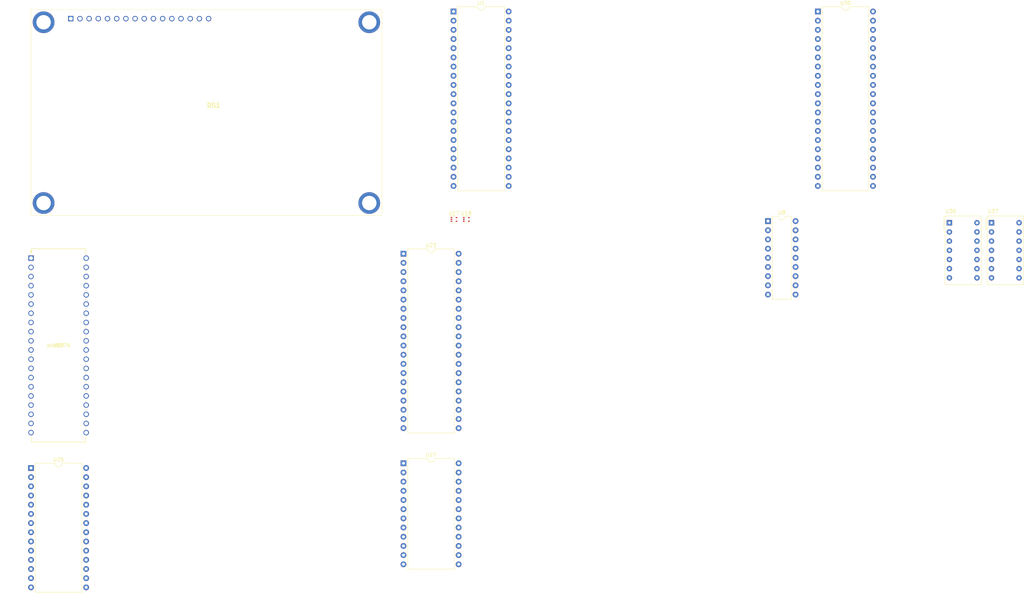
<source format=kicad_pcb>
(kicad_pcb (version 20171130) (host pcbnew "(5.1.9)-1")

  (general
    (thickness 1.6)
    (drawings 0)
    (tracks 0)
    (zones 0)
    (modules 12)
    (nets 211)
  )

  (page A4)
  (layers
    (0 F.Cu signal)
    (31 B.Cu signal)
    (32 B.Adhes user)
    (33 F.Adhes user)
    (34 B.Paste user)
    (35 F.Paste user)
    (36 B.SilkS user)
    (37 F.SilkS user)
    (38 B.Mask user)
    (39 F.Mask user)
    (40 Dwgs.User user)
    (41 Cmts.User user)
    (42 Eco1.User user)
    (43 Eco2.User user)
    (44 Edge.Cuts user)
    (45 Margin user)
    (46 B.CrtYd user)
    (47 F.CrtYd user)
    (48 B.Fab user)
    (49 F.Fab user)
  )

  (setup
    (last_trace_width 0.25)
    (trace_clearance 0.2)
    (zone_clearance 0.508)
    (zone_45_only no)
    (trace_min 0.2)
    (via_size 0.8)
    (via_drill 0.4)
    (via_min_size 0.4)
    (via_min_drill 0.3)
    (uvia_size 0.3)
    (uvia_drill 0.1)
    (uvias_allowed no)
    (uvia_min_size 0.2)
    (uvia_min_drill 0.1)
    (edge_width 0.05)
    (segment_width 0.2)
    (pcb_text_width 0.3)
    (pcb_text_size 1.5 1.5)
    (mod_edge_width 0.12)
    (mod_text_size 1 1)
    (mod_text_width 0.15)
    (pad_size 1.524 1.524)
    (pad_drill 0.762)
    (pad_to_mask_clearance 0)
    (aux_axis_origin 0 0)
    (visible_elements FFFFFF7F)
    (pcbplotparams
      (layerselection 0x010fc_ffffffff)
      (usegerberextensions false)
      (usegerberattributes true)
      (usegerberadvancedattributes true)
      (creategerberjobfile true)
      (excludeedgelayer true)
      (linewidth 0.100000)
      (plotframeref false)
      (viasonmask false)
      (mode 1)
      (useauxorigin false)
      (hpglpennumber 1)
      (hpglpenspeed 20)
      (hpglpendiameter 15.000000)
      (psnegative false)
      (psa4output false)
      (plotreference true)
      (plotvalue true)
      (plotinvisibletext false)
      (padsonsilk false)
      (subtractmaskfromsilk false)
      (outputformat 1)
      (mirror false)
      (drillshape 1)
      (scaleselection 1)
      (outputdirectory ""))
  )

  (net 0 "")
  (net 1 "Net-(DS1-Pad1)")
  (net 2 "Net-(DS1-Pad2)")
  (net 3 "Net-(DS1-Pad3)")
  (net 4 "Net-(DS1-Pad4)")
  (net 5 "Net-(DS1-Pad5)")
  (net 6 "Net-(DS1-Pad6)")
  (net 7 "Net-(DS1-Pad7)")
  (net 8 "Net-(DS1-Pad8)")
  (net 9 "Net-(DS1-Pad9)")
  (net 10 "Net-(DS1-Pad10)")
  (net 11 "Net-(DS1-Pad11)")
  (net 12 "Net-(DS1-Pad12)")
  (net 13 "Net-(DS1-Pad13)")
  (net 14 "Net-(DS1-Pad14)")
  (net 15 "Net-(DS1-Pad15)")
  (net 16 "Net-(DS1-Pad16)")
  (net 17 "Net-(DS1-PadMH1)")
  (net 18 "Net-(DS1-PadMH2)")
  (net 19 "Net-(DS1-PadMH3)")
  (net 20 "Net-(DS1-PadMH4)")
  (net 21 GND)
  (net 22 /RESET)
  (net 23 /8086/AD14)
  (net 24 /8086/READY)
  (net 25 /8086/AD13)
  (net 26 "Net-(U1-Pad23)")
  (net 27 /8086/AD12)
  (net 28 /~INTA)
  (net 29 /8086/AD11)
  (net 30 /8086/ALE)
  (net 31 /8086/AD10)
  (net 32 /8086/~DEN)
  (net 33 /8086/AD9)
  (net 34 /8086/DT~R)
  (net 35 /8086/AD8)
  (net 36 /8086/IO)
  (net 37 /8086/AD7)
  (net 38 /8086/Write)
  (net 39 /8086/AD6)
  (net 40 "Net-(U1-Pad30)")
  (net 41 /8086/AD5)
  (net 42 "Net-(U1-Pad31)")
  (net 43 /8086/AD4)
  (net 44 /8086/Read)
  (net 45 /8086/AD3)
  (net 46 "Net-(U1-Pad33)")
  (net 47 /8086/AD2)
  (net 48 /~BHE~S7)
  (net 49 /8086/AD1)
  (net 50 /A19)
  (net 51 /8086/AD0)
  (net 52 /A18)
  (net 53 "Net-(D1-Pad1)")
  (net 54 /A17)
  (net 55 /INTR)
  (net 56 /A16)
  (net 57 /CLK)
  (net 58 /8086/AD15)
  (net 59 VCC)
  (net 60 GNDREF)
  (net 61 /PCLK)
  (net 62 "Net-(C2-Pad1)")
  (net 63 "Net-(U8-Pad3)")
  (net 64 "Net-(U8-Pad12)")
  (net 65 "Net-(U8-Pad4)")
  (net 66 "Net-(U8-Pad14)")
  (net 67 "Net-(U8-Pad6)")
  (net 68 "Net-(U8-Pad15)")
  (net 69 "Net-(U8-Pad7)")
  (net 70 "Net-(U8-Pad16)")
  (net 71 "Net-(U8-Pad17)")
  (net 72 +5V)
  (net 73 "Net-(U17-Pad4)")
  (net 74 "Net-(U16-Pad15)")
  (net 75 "Net-(U17-Pad5)")
  (net 76 "Net-(U17-Pad3)")
  (net 77 "Net-(U17-Pad1)")
  (net 78 "Net-(U18-Pad1)")
  (net 79 "Net-(U18-Pad3)")
  (net 80 "Net-(U18-Pad5)")
  (net 81 "Net-(U16-Pad14)")
  (net 82 "Net-(U18-Pad4)")
  (net 83 /8255/P4)
  (net 84 /8255/P10)
  (net 85 /8255/P5)
  (net 86 /8255/P9)
  (net 87 /8255/P6)
  (net 88 /8255/P8)
  (net 89 /8255/P7)
  (net 90 /8255/P19)
  (net 91 /~WR)
  (net 92 /8255/P18)
  (net 93 /8255/P17)
  (net 94 /D0)
  (net 95 /8255/P16)
  (net 96 /D1)
  (net 97 /8255/P20)
  (net 98 /D2)
  (net 99 /8255/P21)
  (net 100 /D3)
  (net 101 /8255/P22)
  (net 102 /D4)
  (net 103 /8255/P23)
  (net 104 /D5)
  (net 105 /A1)
  (net 106 /D6)
  (net 107 /A2)
  (net 108 /D7)
  (net 109 "Net-(U22-Pad12)")
  (net 110 /8255/P15)
  (net 111 /~RD)
  (net 112 /8255/P14)
  (net 113 /8255/P0)
  (net 114 /8255/P13)
  (net 115 /8255/P1)
  (net 116 /8255/P12)
  (net 117 /8255/P2)
  (net 118 /8255/P11)
  (net 119 /8255/P3)
  (net 120 "Net-(U24-Pad19)")
  (net 121 "Net-(U25-Pad15)")
  (net 122 "Net-(R3-Pad2)")
  (net 123 /8259/IR0)
  (net 124 /CNTR2)
  (net 125 /IRQ)
  (net 126 /16550_INTR)
  (net 127 "Net-(U25-Pad22)")
  (net 128 "Net-(U25-Pad23)")
  (net 129 "Net-(U25-Pad24)")
  (net 130 "Net-(U25-Pad25)")
  (net 131 "Net-(U25-Pad12)")
  (net 132 "Net-(U25-Pad13)")
  (net 133 "Net-(J2-Pad5)")
  (net 134 "Net-(J2-Pad4)")
  (net 135 "Net-(J2-Pad7)")
  (net 136 "Net-(J2-Pad8)")
  (net 137 "Net-(J2-Pad6)")
  (net 138 "Net-(J2-Pad1)")
  (net 139 "Net-(U26-Pad18)")
  (net 140 "Net-(J2-Pad3)")
  (net 141 "Net-(J2-Pad2)")
  (net 142 /8279/Col2)
  (net 143 /8279/Col3)
  (net 144 /8279/Col4)
  (net 145 "Net-(U28-Pad6)")
  (net 146 "Net-(U28-Pad7)")
  (net 147 "Net-(U28-Pad8)")
  (net 148 /8279/CS)
  (net 149 "Net-(U28-Pad23)")
  (net 150 "Net-(U28-Pad24)")
  (net 151 "Net-(U28-Pad25)")
  (net 152 "Net-(U28-Pad26)")
  (net 153 "Net-(U28-Pad27)")
  (net 154 "Net-(U28-Pad28)")
  (net 155 "Net-(U28-Pad29)")
  (net 156 "Net-(U28-Pad30)")
  (net 157 "Net-(U28-Pad31)")
  (net 158 /8279/Row0)
  (net 159 /8279/Row1)
  (net 160 /8279/Row2)
  (net 161 /8279/Row3)
  (net 162 /8279/Shift)
  (net 163 /8279/CNTRL)
  (net 164 /8279/Col0)
  (net 165 /8279/Col1)
  (net 166 GND1)
  (net 167 "Net-(U30-Pad23)")
  (net 168 "Net-(U30-Pad24)")
  (net 169 /A0)
  (net 170 "Net-(U30-Pad15)")
  (net 171 "Net-(U30-Pad29)")
  (net 172 /16550/SIN)
  (net 173 /16550/SOUT)
  (net 174 "Net-(U30-Pad31)")
  (net 175 /M~IO)
  (net 176 /16550/~RTS)
  (net 177 /16550/~DTR)
  (net 178 "Net-(U30-Pad34)")
  (net 179 /16550/~CTS)
  (net 180 /16550/XOUT)
  (net 181 /16550/~DSR)
  (net 182 /16550/~DCD)
  (net 183 "Net-(U33-Pad2)")
  (net 184 "Net-(U33-Pad15)")
  (net 185 "Net-(U36-Pad3)")
  (net 186 "Net-(U36-Pad4)")
  (net 187 "Net-(U36-Pad5)")
  (net 188 "Net-(U36-Pad6)")
  (net 189 "Net-(U33-Pad12)")
  (net 190 "Net-(U33-Pad9)")
  (net 191 "Net-(U33-Pad19)")
  (net 192 "Net-(U33-Pad6)")
  (net 193 "Net-(U33-Pad16)")
  (net 194 "Net-(U36-Pad12)")
  (net 195 "Net-(U33-Pad5)")
  (net 196 "Net-(R4-Pad2)")
  (net 197 "Net-(R5-Pad2)")
  (net 198 "Net-(U34-Pad6)")
  (net 199 "Net-(U37-Pad12)")
  (net 200 "Net-(U37-Pad11)")
  (net 201 "Net-(U34-Pad9)")
  (net 202 "Net-(U37-Pad9)")
  (net 203 "Net-(U34-Pad12)")
  (net 204 "Net-(U34-Pad15)")
  (net 205 "Net-(U37-Pad6)")
  (net 206 "Net-(U37-Pad5)")
  (net 207 "Net-(U37-Pad4)")
  (net 208 "Net-(U37-Pad3)")
  (net 209 "Net-(U34-Pad16)")
  (net 210 "Net-(U34-Pad5)")

  (net_class Default "This is the default net class."
    (clearance 0.2)
    (trace_width 0.25)
    (via_dia 0.8)
    (via_drill 0.4)
    (uvia_dia 0.3)
    (uvia_drill 0.1)
    (add_net +5V)
    (add_net /16550/SIN)
    (add_net /16550/SOUT)
    (add_net /16550/XOUT)
    (add_net /16550/~CTS)
    (add_net /16550/~DCD)
    (add_net /16550/~DSR)
    (add_net /16550/~DTR)
    (add_net /16550/~RTS)
    (add_net /16550_INTR)
    (add_net /8086/AD0)
    (add_net /8086/AD1)
    (add_net /8086/AD10)
    (add_net /8086/AD11)
    (add_net /8086/AD12)
    (add_net /8086/AD13)
    (add_net /8086/AD14)
    (add_net /8086/AD15)
    (add_net /8086/AD2)
    (add_net /8086/AD3)
    (add_net /8086/AD4)
    (add_net /8086/AD5)
    (add_net /8086/AD6)
    (add_net /8086/AD7)
    (add_net /8086/AD8)
    (add_net /8086/AD9)
    (add_net /8086/ALE)
    (add_net /8086/DT~R)
    (add_net /8086/IO)
    (add_net /8086/READY)
    (add_net /8086/Read)
    (add_net /8086/Write)
    (add_net /8086/~DEN)
    (add_net /8255/P0)
    (add_net /8255/P1)
    (add_net /8255/P10)
    (add_net /8255/P11)
    (add_net /8255/P12)
    (add_net /8255/P13)
    (add_net /8255/P14)
    (add_net /8255/P15)
    (add_net /8255/P16)
    (add_net /8255/P17)
    (add_net /8255/P18)
    (add_net /8255/P19)
    (add_net /8255/P2)
    (add_net /8255/P20)
    (add_net /8255/P21)
    (add_net /8255/P22)
    (add_net /8255/P23)
    (add_net /8255/P3)
    (add_net /8255/P4)
    (add_net /8255/P5)
    (add_net /8255/P6)
    (add_net /8255/P7)
    (add_net /8255/P8)
    (add_net /8255/P9)
    (add_net /8259/IR0)
    (add_net /8279/CNTRL)
    (add_net /8279/CS)
    (add_net /8279/Col0)
    (add_net /8279/Col1)
    (add_net /8279/Col2)
    (add_net /8279/Col3)
    (add_net /8279/Col4)
    (add_net /8279/Row0)
    (add_net /8279/Row1)
    (add_net /8279/Row2)
    (add_net /8279/Row3)
    (add_net /8279/Shift)
    (add_net /A0)
    (add_net /A1)
    (add_net /A16)
    (add_net /A17)
    (add_net /A18)
    (add_net /A19)
    (add_net /A2)
    (add_net /CLK)
    (add_net /CNTR2)
    (add_net /D0)
    (add_net /D1)
    (add_net /D2)
    (add_net /D3)
    (add_net /D4)
    (add_net /D5)
    (add_net /D6)
    (add_net /D7)
    (add_net /INTR)
    (add_net /IRQ)
    (add_net /M~IO)
    (add_net /PCLK)
    (add_net /RESET)
    (add_net /~BHE~S7)
    (add_net /~INTA)
    (add_net /~RD)
    (add_net /~WR)
    (add_net GND)
    (add_net GND1)
    (add_net GNDREF)
    (add_net "Net-(C2-Pad1)")
    (add_net "Net-(D1-Pad1)")
    (add_net "Net-(DS1-Pad1)")
    (add_net "Net-(DS1-Pad10)")
    (add_net "Net-(DS1-Pad11)")
    (add_net "Net-(DS1-Pad12)")
    (add_net "Net-(DS1-Pad13)")
    (add_net "Net-(DS1-Pad14)")
    (add_net "Net-(DS1-Pad15)")
    (add_net "Net-(DS1-Pad16)")
    (add_net "Net-(DS1-Pad2)")
    (add_net "Net-(DS1-Pad3)")
    (add_net "Net-(DS1-Pad4)")
    (add_net "Net-(DS1-Pad5)")
    (add_net "Net-(DS1-Pad6)")
    (add_net "Net-(DS1-Pad7)")
    (add_net "Net-(DS1-Pad8)")
    (add_net "Net-(DS1-Pad9)")
    (add_net "Net-(DS1-PadMH1)")
    (add_net "Net-(DS1-PadMH2)")
    (add_net "Net-(DS1-PadMH3)")
    (add_net "Net-(DS1-PadMH4)")
    (add_net "Net-(J2-Pad1)")
    (add_net "Net-(J2-Pad2)")
    (add_net "Net-(J2-Pad3)")
    (add_net "Net-(J2-Pad4)")
    (add_net "Net-(J2-Pad5)")
    (add_net "Net-(J2-Pad6)")
    (add_net "Net-(J2-Pad7)")
    (add_net "Net-(J2-Pad8)")
    (add_net "Net-(R3-Pad2)")
    (add_net "Net-(R4-Pad2)")
    (add_net "Net-(R5-Pad2)")
    (add_net "Net-(U1-Pad23)")
    (add_net "Net-(U1-Pad30)")
    (add_net "Net-(U1-Pad31)")
    (add_net "Net-(U1-Pad33)")
    (add_net "Net-(U16-Pad14)")
    (add_net "Net-(U16-Pad15)")
    (add_net "Net-(U17-Pad1)")
    (add_net "Net-(U17-Pad3)")
    (add_net "Net-(U17-Pad4)")
    (add_net "Net-(U17-Pad5)")
    (add_net "Net-(U18-Pad1)")
    (add_net "Net-(U18-Pad3)")
    (add_net "Net-(U18-Pad4)")
    (add_net "Net-(U18-Pad5)")
    (add_net "Net-(U22-Pad12)")
    (add_net "Net-(U24-Pad19)")
    (add_net "Net-(U25-Pad12)")
    (add_net "Net-(U25-Pad13)")
    (add_net "Net-(U25-Pad15)")
    (add_net "Net-(U25-Pad22)")
    (add_net "Net-(U25-Pad23)")
    (add_net "Net-(U25-Pad24)")
    (add_net "Net-(U25-Pad25)")
    (add_net "Net-(U26-Pad18)")
    (add_net "Net-(U28-Pad23)")
    (add_net "Net-(U28-Pad24)")
    (add_net "Net-(U28-Pad25)")
    (add_net "Net-(U28-Pad26)")
    (add_net "Net-(U28-Pad27)")
    (add_net "Net-(U28-Pad28)")
    (add_net "Net-(U28-Pad29)")
    (add_net "Net-(U28-Pad30)")
    (add_net "Net-(U28-Pad31)")
    (add_net "Net-(U28-Pad6)")
    (add_net "Net-(U28-Pad7)")
    (add_net "Net-(U28-Pad8)")
    (add_net "Net-(U30-Pad15)")
    (add_net "Net-(U30-Pad23)")
    (add_net "Net-(U30-Pad24)")
    (add_net "Net-(U30-Pad29)")
    (add_net "Net-(U30-Pad31)")
    (add_net "Net-(U30-Pad34)")
    (add_net "Net-(U33-Pad12)")
    (add_net "Net-(U33-Pad15)")
    (add_net "Net-(U33-Pad16)")
    (add_net "Net-(U33-Pad19)")
    (add_net "Net-(U33-Pad2)")
    (add_net "Net-(U33-Pad5)")
    (add_net "Net-(U33-Pad6)")
    (add_net "Net-(U33-Pad9)")
    (add_net "Net-(U34-Pad12)")
    (add_net "Net-(U34-Pad15)")
    (add_net "Net-(U34-Pad16)")
    (add_net "Net-(U34-Pad5)")
    (add_net "Net-(U34-Pad6)")
    (add_net "Net-(U34-Pad9)")
    (add_net "Net-(U36-Pad12)")
    (add_net "Net-(U36-Pad3)")
    (add_net "Net-(U36-Pad4)")
    (add_net "Net-(U36-Pad5)")
    (add_net "Net-(U36-Pad6)")
    (add_net "Net-(U37-Pad11)")
    (add_net "Net-(U37-Pad12)")
    (add_net "Net-(U37-Pad3)")
    (add_net "Net-(U37-Pad4)")
    (add_net "Net-(U37-Pad5)")
    (add_net "Net-(U37-Pad6)")
    (add_net "Net-(U37-Pad9)")
    (add_net "Net-(U8-Pad12)")
    (add_net "Net-(U8-Pad14)")
    (add_net "Net-(U8-Pad15)")
    (add_net "Net-(U8-Pad16)")
    (add_net "Net-(U8-Pad17)")
    (add_net "Net-(U8-Pad3)")
    (add_net "Net-(U8-Pad4)")
    (add_net "Net-(U8-Pad6)")
    (add_net "Net-(U8-Pad7)")
    (add_net VCC)
  )

  (module LCD4x20 (layer F.Cu) (tedit 5E90FAA7) (tstamp 6090ABB6)
    (at 28.830001 23.870001)
    (descr LCD4x20-2)
    (tags Display)
    (path /608C30AC/61587A20)
    (fp_text reference DS1 (at 40.5 24) (layer F.SilkS)
      (effects (font (size 1.27 1.27) (thickness 0.254)))
    )
    (fp_text value LCD4x20 (at 40.5 24) (layer F.SilkS) hide
      (effects (font (size 1.27 1.27) (thickness 0.254)))
    )
    (fp_line (start -11 55.5) (end -11 -3.5) (layer F.CrtYd) (width 0.1))
    (fp_line (start 88 55.5) (end -11 55.5) (layer F.CrtYd) (width 0.1))
    (fp_line (start 88 -3.5) (end 88 55.5) (layer F.CrtYd) (width 0.1))
    (fp_line (start -11 -3.5) (end 88 -3.5) (layer F.CrtYd) (width 0.1))
    (fp_line (start -10 54.5) (end -10 -2.5) (layer F.SilkS) (width 0.1))
    (fp_line (start 87 54.5) (end -10 54.5) (layer F.SilkS) (width 0.1))
    (fp_line (start 87 -2.5) (end 87 54.5) (layer F.SilkS) (width 0.1))
    (fp_line (start -10 -2.5) (end 87 -2.5) (layer F.SilkS) (width 0.1))
    (fp_line (start -10 54.5) (end -10 -2.5) (layer F.Fab) (width 0.2))
    (fp_line (start 87 54.5) (end -10 54.5) (layer F.Fab) (width 0.2))
    (fp_line (start 87 -2.5) (end 87 54.5) (layer F.Fab) (width 0.2))
    (fp_line (start -10 -2.5) (end 87 -2.5) (layer F.Fab) (width 0.2))
    (fp_text user %R (at 40.5 24) (layer F.Fab)
      (effects (font (size 1.27 1.27) (thickness 0.254)))
    )
    (pad 1 thru_hole rect (at 1 0) (size 1.5 1.5) (drill 1) (layers *.Cu *.Mask)
      (net 1 "Net-(DS1-Pad1)"))
    (pad 2 thru_hole circle (at 3.54 0) (size 1.5 1.5) (drill 1) (layers *.Cu *.Mask)
      (net 2 "Net-(DS1-Pad2)"))
    (pad 3 thru_hole circle (at 6.08 0) (size 1.5 1.5) (drill 1) (layers *.Cu *.Mask)
      (net 3 "Net-(DS1-Pad3)"))
    (pad 4 thru_hole circle (at 8.62 0) (size 1.5 1.5) (drill 1) (layers *.Cu *.Mask)
      (net 4 "Net-(DS1-Pad4)"))
    (pad 5 thru_hole circle (at 11.16 0) (size 1.5 1.5) (drill 1) (layers *.Cu *.Mask)
      (net 5 "Net-(DS1-Pad5)"))
    (pad 6 thru_hole circle (at 13.7 0) (size 1.5 1.5) (drill 1) (layers *.Cu *.Mask)
      (net 6 "Net-(DS1-Pad6)"))
    (pad 7 thru_hole circle (at 16.24 0) (size 1.5 1.5) (drill 1) (layers *.Cu *.Mask)
      (net 7 "Net-(DS1-Pad7)"))
    (pad 8 thru_hole circle (at 18.78 0) (size 1.5 1.5) (drill 1) (layers *.Cu *.Mask)
      (net 8 "Net-(DS1-Pad8)"))
    (pad 9 thru_hole circle (at 21.32 0) (size 1.5 1.5) (drill 1) (layers *.Cu *.Mask)
      (net 9 "Net-(DS1-Pad9)"))
    (pad 10 thru_hole circle (at 23.86 0) (size 1.5 1.5) (drill 1) (layers *.Cu *.Mask)
      (net 10 "Net-(DS1-Pad10)"))
    (pad 11 thru_hole circle (at 26.4 0) (size 1.5 1.5) (drill 1) (layers *.Cu *.Mask)
      (net 11 "Net-(DS1-Pad11)"))
    (pad 12 thru_hole circle (at 28.94 0) (size 1.5 1.5) (drill 1) (layers *.Cu *.Mask)
      (net 12 "Net-(DS1-Pad12)"))
    (pad 13 thru_hole circle (at 31.48 0) (size 1.5 1.5) (drill 1) (layers *.Cu *.Mask)
      (net 13 "Net-(DS1-Pad13)"))
    (pad 14 thru_hole circle (at 34.02 0) (size 1.5 1.5) (drill 1) (layers *.Cu *.Mask)
      (net 14 "Net-(DS1-Pad14)"))
    (pad 15 thru_hole circle (at 36.56 0) (size 1.5 1.5) (drill 1) (layers *.Cu *.Mask)
      (net 15 "Net-(DS1-Pad15)"))
    (pad 16 thru_hole circle (at 39.1 0) (size 1.5 1.5) (drill 1) (layers *.Cu *.Mask)
      (net 16 "Net-(DS1-Pad16)"))
    (pad MH1 thru_hole circle (at -6.5 1) (size 6 6) (drill 4) (layers *.Cu *.Mask)
      (net 17 "Net-(DS1-PadMH1)"))
    (pad MH2 thru_hole circle (at -6.5 51) (size 6 6) (drill 4) (layers *.Cu *.Mask)
      (net 18 "Net-(DS1-PadMH2)"))
    (pad MH3 thru_hole circle (at 83.5 51) (size 6 6) (drill 4) (layers *.Cu *.Mask)
      (net 19 "Net-(DS1-PadMH3)"))
    (pad MH4 thru_hole circle (at 83.5 1) (size 6 6) (drill 4) (layers *.Cu *.Mask)
      (net 20 "Net-(DS1-PadMH4)"))
    (model ${KIPRJMOD}/parts/LCD4x20.step
      (offset (xyz 1 -2 0))
      (scale (xyz 1.17 1.55 1))
      (rotate (xyz 0 0 0))
    )
  )

  (module Package_DIP:DIP-40_W15.24mm (layer F.Cu) (tedit 5A02E8C5) (tstamp 6090ABF2)
    (at 135.615001 21.895001)
    (descr "40-lead though-hole mounted DIP package, row spacing 15.24 mm (600 mils)")
    (tags "THT DIP DIL PDIP 2.54mm 15.24mm 600mil")
    (path /608B1888/60761E58)
    (fp_text reference U1 (at 7.62 -2.33) (layer F.SilkS)
      (effects (font (size 1 1) (thickness 0.15)))
    )
    (fp_text value 8086_Min_Mode (at 7.62 50.59) (layer F.Fab)
      (effects (font (size 1 1) (thickness 0.15)))
    )
    (fp_line (start 16.3 -1.55) (end -1.05 -1.55) (layer F.CrtYd) (width 0.05))
    (fp_line (start 16.3 49.8) (end 16.3 -1.55) (layer F.CrtYd) (width 0.05))
    (fp_line (start -1.05 49.8) (end 16.3 49.8) (layer F.CrtYd) (width 0.05))
    (fp_line (start -1.05 -1.55) (end -1.05 49.8) (layer F.CrtYd) (width 0.05))
    (fp_line (start 14.08 -1.33) (end 8.62 -1.33) (layer F.SilkS) (width 0.12))
    (fp_line (start 14.08 49.59) (end 14.08 -1.33) (layer F.SilkS) (width 0.12))
    (fp_line (start 1.16 49.59) (end 14.08 49.59) (layer F.SilkS) (width 0.12))
    (fp_line (start 1.16 -1.33) (end 1.16 49.59) (layer F.SilkS) (width 0.12))
    (fp_line (start 6.62 -1.33) (end 1.16 -1.33) (layer F.SilkS) (width 0.12))
    (fp_line (start 0.255 -0.27) (end 1.255 -1.27) (layer F.Fab) (width 0.1))
    (fp_line (start 0.255 49.53) (end 0.255 -0.27) (layer F.Fab) (width 0.1))
    (fp_line (start 14.985 49.53) (end 0.255 49.53) (layer F.Fab) (width 0.1))
    (fp_line (start 14.985 -1.27) (end 14.985 49.53) (layer F.Fab) (width 0.1))
    (fp_line (start 1.255 -1.27) (end 14.985 -1.27) (layer F.Fab) (width 0.1))
    (fp_arc (start 7.62 -1.33) (end 6.62 -1.33) (angle -180) (layer F.SilkS) (width 0.12))
    (fp_text user %R (at 7.62 24.13) (layer F.Fab)
      (effects (font (size 1 1) (thickness 0.15)))
    )
    (pad 1 thru_hole rect (at 0 0) (size 1.6 1.6) (drill 0.8) (layers *.Cu *.Mask)
      (net 21 GND))
    (pad 21 thru_hole oval (at 15.24 48.26) (size 1.6 1.6) (drill 0.8) (layers *.Cu *.Mask)
      (net 22 /RESET))
    (pad 2 thru_hole oval (at 0 2.54) (size 1.6 1.6) (drill 0.8) (layers *.Cu *.Mask)
      (net 23 /8086/AD14))
    (pad 22 thru_hole oval (at 15.24 45.72) (size 1.6 1.6) (drill 0.8) (layers *.Cu *.Mask)
      (net 24 /8086/READY))
    (pad 3 thru_hole oval (at 0 5.08) (size 1.6 1.6) (drill 0.8) (layers *.Cu *.Mask)
      (net 25 /8086/AD13))
    (pad 23 thru_hole oval (at 15.24 43.18) (size 1.6 1.6) (drill 0.8) (layers *.Cu *.Mask)
      (net 26 "Net-(U1-Pad23)"))
    (pad 4 thru_hole oval (at 0 7.62) (size 1.6 1.6) (drill 0.8) (layers *.Cu *.Mask)
      (net 27 /8086/AD12))
    (pad 24 thru_hole oval (at 15.24 40.64) (size 1.6 1.6) (drill 0.8) (layers *.Cu *.Mask)
      (net 28 /~INTA))
    (pad 5 thru_hole oval (at 0 10.16) (size 1.6 1.6) (drill 0.8) (layers *.Cu *.Mask)
      (net 29 /8086/AD11))
    (pad 25 thru_hole oval (at 15.24 38.1) (size 1.6 1.6) (drill 0.8) (layers *.Cu *.Mask)
      (net 30 /8086/ALE))
    (pad 6 thru_hole oval (at 0 12.7) (size 1.6 1.6) (drill 0.8) (layers *.Cu *.Mask)
      (net 31 /8086/AD10))
    (pad 26 thru_hole oval (at 15.24 35.56) (size 1.6 1.6) (drill 0.8) (layers *.Cu *.Mask)
      (net 32 /8086/~DEN))
    (pad 7 thru_hole oval (at 0 15.24) (size 1.6 1.6) (drill 0.8) (layers *.Cu *.Mask)
      (net 33 /8086/AD9))
    (pad 27 thru_hole oval (at 15.24 33.02) (size 1.6 1.6) (drill 0.8) (layers *.Cu *.Mask)
      (net 34 /8086/DT~R))
    (pad 8 thru_hole oval (at 0 17.78) (size 1.6 1.6) (drill 0.8) (layers *.Cu *.Mask)
      (net 35 /8086/AD8))
    (pad 28 thru_hole oval (at 15.24 30.48) (size 1.6 1.6) (drill 0.8) (layers *.Cu *.Mask)
      (net 36 /8086/IO))
    (pad 9 thru_hole oval (at 0 20.32) (size 1.6 1.6) (drill 0.8) (layers *.Cu *.Mask)
      (net 37 /8086/AD7))
    (pad 29 thru_hole oval (at 15.24 27.94) (size 1.6 1.6) (drill 0.8) (layers *.Cu *.Mask)
      (net 38 /8086/Write))
    (pad 10 thru_hole oval (at 0 22.86) (size 1.6 1.6) (drill 0.8) (layers *.Cu *.Mask)
      (net 39 /8086/AD6))
    (pad 30 thru_hole oval (at 15.24 25.4) (size 1.6 1.6) (drill 0.8) (layers *.Cu *.Mask)
      (net 40 "Net-(U1-Pad30)"))
    (pad 11 thru_hole oval (at 0 25.4) (size 1.6 1.6) (drill 0.8) (layers *.Cu *.Mask)
      (net 41 /8086/AD5))
    (pad 31 thru_hole oval (at 15.24 22.86) (size 1.6 1.6) (drill 0.8) (layers *.Cu *.Mask)
      (net 42 "Net-(U1-Pad31)"))
    (pad 12 thru_hole oval (at 0 27.94) (size 1.6 1.6) (drill 0.8) (layers *.Cu *.Mask)
      (net 43 /8086/AD4))
    (pad 32 thru_hole oval (at 15.24 20.32) (size 1.6 1.6) (drill 0.8) (layers *.Cu *.Mask)
      (net 44 /8086/Read))
    (pad 13 thru_hole oval (at 0 30.48) (size 1.6 1.6) (drill 0.8) (layers *.Cu *.Mask)
      (net 45 /8086/AD3))
    (pad 33 thru_hole oval (at 15.24 17.78) (size 1.6 1.6) (drill 0.8) (layers *.Cu *.Mask)
      (net 46 "Net-(U1-Pad33)"))
    (pad 14 thru_hole oval (at 0 33.02) (size 1.6 1.6) (drill 0.8) (layers *.Cu *.Mask)
      (net 47 /8086/AD2))
    (pad 34 thru_hole oval (at 15.24 15.24) (size 1.6 1.6) (drill 0.8) (layers *.Cu *.Mask)
      (net 48 /~BHE~S7))
    (pad 15 thru_hole oval (at 0 35.56) (size 1.6 1.6) (drill 0.8) (layers *.Cu *.Mask)
      (net 49 /8086/AD1))
    (pad 35 thru_hole oval (at 15.24 12.7) (size 1.6 1.6) (drill 0.8) (layers *.Cu *.Mask)
      (net 50 /A19))
    (pad 16 thru_hole oval (at 0 38.1) (size 1.6 1.6) (drill 0.8) (layers *.Cu *.Mask)
      (net 51 /8086/AD0))
    (pad 36 thru_hole oval (at 15.24 10.16) (size 1.6 1.6) (drill 0.8) (layers *.Cu *.Mask)
      (net 52 /A18))
    (pad 17 thru_hole oval (at 0 40.64) (size 1.6 1.6) (drill 0.8) (layers *.Cu *.Mask)
      (net 53 "Net-(D1-Pad1)"))
    (pad 37 thru_hole oval (at 15.24 7.62) (size 1.6 1.6) (drill 0.8) (layers *.Cu *.Mask)
      (net 54 /A17))
    (pad 18 thru_hole oval (at 0 43.18) (size 1.6 1.6) (drill 0.8) (layers *.Cu *.Mask)
      (net 55 /INTR))
    (pad 38 thru_hole oval (at 15.24 5.08) (size 1.6 1.6) (drill 0.8) (layers *.Cu *.Mask)
      (net 56 /A16))
    (pad 19 thru_hole oval (at 0 45.72) (size 1.6 1.6) (drill 0.8) (layers *.Cu *.Mask)
      (net 57 /CLK))
    (pad 39 thru_hole oval (at 15.24 2.54) (size 1.6 1.6) (drill 0.8) (layers *.Cu *.Mask)
      (net 58 /8086/AD15))
    (pad 20 thru_hole oval (at 0 48.26) (size 1.6 1.6) (drill 0.8) (layers *.Cu *.Mask)
      (net 21 GND))
    (pad 40 thru_hole oval (at 15.24 0) (size 1.6 1.6) (drill 0.8) (layers *.Cu *.Mask)
      (net 59 VCC))
    (model ${KISYS3DMOD}/Package_DIP.3dshapes/DIP-40_W15.24mm.wrl
      (at (xyz 0 0 0))
      (scale (xyz 1 1 1))
      (rotate (xyz 0 0 0))
    )
  )

  (module Package_DIP:DIP-18_W7.62mm (layer F.Cu) (tedit 5A02E8C5) (tstamp 6090AC18)
    (at 222.515001 79.865001)
    (descr "18-lead though-hole mounted DIP package, row spacing 7.62 mm (300 mils)")
    (tags "THT DIP DIL PDIP 2.54mm 7.62mm 300mil")
    (path /608B1888/60790D94/6076232A)
    (fp_text reference U8 (at 3.81 -2.33) (layer F.SilkS)
      (effects (font (size 1 1) (thickness 0.15)))
    )
    (fp_text value 8284 (at 3.81 22.65) (layer F.Fab)
      (effects (font (size 1 1) (thickness 0.15)))
    )
    (fp_line (start 8.7 -1.55) (end -1.1 -1.55) (layer F.CrtYd) (width 0.05))
    (fp_line (start 8.7 21.85) (end 8.7 -1.55) (layer F.CrtYd) (width 0.05))
    (fp_line (start -1.1 21.85) (end 8.7 21.85) (layer F.CrtYd) (width 0.05))
    (fp_line (start -1.1 -1.55) (end -1.1 21.85) (layer F.CrtYd) (width 0.05))
    (fp_line (start 6.46 -1.33) (end 4.81 -1.33) (layer F.SilkS) (width 0.12))
    (fp_line (start 6.46 21.65) (end 6.46 -1.33) (layer F.SilkS) (width 0.12))
    (fp_line (start 1.16 21.65) (end 6.46 21.65) (layer F.SilkS) (width 0.12))
    (fp_line (start 1.16 -1.33) (end 1.16 21.65) (layer F.SilkS) (width 0.12))
    (fp_line (start 2.81 -1.33) (end 1.16 -1.33) (layer F.SilkS) (width 0.12))
    (fp_line (start 0.635 -0.27) (end 1.635 -1.27) (layer F.Fab) (width 0.1))
    (fp_line (start 0.635 21.59) (end 0.635 -0.27) (layer F.Fab) (width 0.1))
    (fp_line (start 6.985 21.59) (end 0.635 21.59) (layer F.Fab) (width 0.1))
    (fp_line (start 6.985 -1.27) (end 6.985 21.59) (layer F.Fab) (width 0.1))
    (fp_line (start 1.635 -1.27) (end 6.985 -1.27) (layer F.Fab) (width 0.1))
    (fp_arc (start 3.81 -1.33) (end 2.81 -1.33) (angle -180) (layer F.SilkS) (width 0.12))
    (fp_text user %R (at 3.81 10.16) (layer F.Fab)
      (effects (font (size 1 1) (thickness 0.15)))
    )
    (pad 1 thru_hole rect (at 0 0) (size 1.6 1.6) (drill 0.8) (layers *.Cu *.Mask)
      (net 60 GNDREF))
    (pad 10 thru_hole oval (at 7.62 20.32) (size 1.6 1.6) (drill 0.8) (layers *.Cu *.Mask)
      (net 22 /RESET))
    (pad 2 thru_hole oval (at 0 2.54) (size 1.6 1.6) (drill 0.8) (layers *.Cu *.Mask)
      (net 61 /PCLK))
    (pad 11 thru_hole oval (at 7.62 17.78) (size 1.6 1.6) (drill 0.8) (layers *.Cu *.Mask)
      (net 62 "Net-(C2-Pad1)"))
    (pad 3 thru_hole oval (at 0 5.08) (size 1.6 1.6) (drill 0.8) (layers *.Cu *.Mask)
      (net 63 "Net-(U8-Pad3)"))
    (pad 12 thru_hole oval (at 7.62 15.24) (size 1.6 1.6) (drill 0.8) (layers *.Cu *.Mask)
      (net 64 "Net-(U8-Pad12)"))
    (pad 4 thru_hole oval (at 0 7.62) (size 1.6 1.6) (drill 0.8) (layers *.Cu *.Mask)
      (net 65 "Net-(U8-Pad4)"))
    (pad 13 thru_hole oval (at 7.62 12.7) (size 1.6 1.6) (drill 0.8) (layers *.Cu *.Mask)
      (net 60 GNDREF))
    (pad 5 thru_hole oval (at 0 10.16) (size 1.6 1.6) (drill 0.8) (layers *.Cu *.Mask)
      (net 24 /8086/READY))
    (pad 14 thru_hole oval (at 7.62 10.16) (size 1.6 1.6) (drill 0.8) (layers *.Cu *.Mask)
      (net 66 "Net-(U8-Pad14)"))
    (pad 6 thru_hole oval (at 0 12.7) (size 1.6 1.6) (drill 0.8) (layers *.Cu *.Mask)
      (net 67 "Net-(U8-Pad6)"))
    (pad 15 thru_hole oval (at 7.62 7.62) (size 1.6 1.6) (drill 0.8) (layers *.Cu *.Mask)
      (net 68 "Net-(U8-Pad15)"))
    (pad 7 thru_hole oval (at 0 15.24) (size 1.6 1.6) (drill 0.8) (layers *.Cu *.Mask)
      (net 69 "Net-(U8-Pad7)"))
    (pad 16 thru_hole oval (at 7.62 5.08) (size 1.6 1.6) (drill 0.8) (layers *.Cu *.Mask)
      (net 70 "Net-(U8-Pad16)"))
    (pad 8 thru_hole oval (at 0 17.78) (size 1.6 1.6) (drill 0.8) (layers *.Cu *.Mask)
      (net 57 /CLK))
    (pad 17 thru_hole oval (at 7.62 2.54) (size 1.6 1.6) (drill 0.8) (layers *.Cu *.Mask)
      (net 71 "Net-(U8-Pad17)"))
    (pad 9 thru_hole oval (at 0 20.32) (size 1.6 1.6) (drill 0.8) (layers *.Cu *.Mask)
      (net 21 GND))
    (pad 18 thru_hole oval (at 7.62 0) (size 1.6 1.6) (drill 0.8) (layers *.Cu *.Mask)
      (net 72 +5V))
    (model ${KISYS3DMOD}/Package_DIP.3dshapes/DIP-18_W7.62mm.wrl
      (at (xyz 0 0 0))
      (scale (xyz 1 1 1))
      (rotate (xyz 0 0 0))
    )
  )

  (module Package_TO_SOT_SMD:SOT-553 (layer F.Cu) (tedit 5A02FF57) (tstamp 6090AC2D)
    (at 135.745001 79.415001)
    (descr SOT553)
    (tags SOT-553)
    (path /608BAA47/613EE8C0)
    (attr smd)
    (fp_text reference U17 (at 0 -1.7) (layer F.SilkS)
      (effects (font (size 1 1) (thickness 0.15)))
    )
    (fp_text value 74LVC1GU04DRL (at 0 1.75) (layer F.Fab)
      (effects (font (size 1 1) (thickness 0.15)))
    )
    (fp_text user %R (at 0 0 90) (layer F.Fab)
      (effects (font (size 0.4 0.4) (thickness 0.0625)))
    )
    (fp_line (start -0.65 -0.5) (end -0.3 -0.85) (layer F.Fab) (width 0.1))
    (fp_line (start 0.65 0.9) (end -0.65 0.9) (layer F.SilkS) (width 0.12))
    (fp_line (start -0.9 -0.9) (end 0.65 -0.9) (layer F.SilkS) (width 0.12))
    (fp_line (start -0.65 -0.5) (end -0.65 0.85) (layer F.Fab) (width 0.1))
    (fp_line (start -0.65 0.85) (end 0.65 0.85) (layer F.Fab) (width 0.1))
    (fp_line (start 0.65 0.85) (end 0.65 -0.85) (layer F.Fab) (width 0.1))
    (fp_line (start 0.65 -0.85) (end -0.3 -0.85) (layer F.Fab) (width 0.1))
    (fp_line (start -1.18 -1.1) (end 1.18 -1.1) (layer F.CrtYd) (width 0.05))
    (fp_line (start -1.18 -1.1) (end -1.18 1.1) (layer F.CrtYd) (width 0.05))
    (fp_line (start 1.18 1.1) (end 1.18 -1.1) (layer F.CrtYd) (width 0.05))
    (fp_line (start 1.18 1.1) (end -1.18 1.1) (layer F.CrtYd) (width 0.05))
    (pad 4 smd rect (at 0.7 0.5) (size 0.45 0.3) (layers F.Cu F.Paste F.Mask)
      (net 73 "Net-(U17-Pad4)"))
    (pad 2 smd rect (at -0.7 0) (size 0.45 0.3) (layers F.Cu F.Paste F.Mask)
      (net 74 "Net-(U16-Pad15)"))
    (pad 5 smd rect (at 0.7 -0.5) (size 0.45 0.3) (layers F.Cu F.Paste F.Mask)
      (net 75 "Net-(U17-Pad5)"))
    (pad 3 smd rect (at -0.7 0.5) (size 0.45 0.3) (layers F.Cu F.Paste F.Mask)
      (net 76 "Net-(U17-Pad3)"))
    (pad 1 smd rect (at -0.7 -0.5) (size 0.45 0.3) (layers F.Cu F.Paste F.Mask)
      (net 77 "Net-(U17-Pad1)"))
    (model ${KISYS3DMOD}/Package_TO_SOT_SMD.3dshapes/SOT-553.wrl
      (at (xyz 0 0 0))
      (scale (xyz 1 1 1))
      (rotate (xyz 0 0 0))
    )
  )

  (module Package_TO_SOT_SMD:SOT-553 (layer F.Cu) (tedit 5A02FF57) (tstamp 6090AC42)
    (at 139.155001 79.415001)
    (descr SOT553)
    (tags SOT-553)
    (path /608BAA47/6138973A)
    (attr smd)
    (fp_text reference U18 (at 0 -1.7) (layer F.SilkS)
      (effects (font (size 1 1) (thickness 0.15)))
    )
    (fp_text value 74LVC1GU04DRL (at 0 1.75) (layer F.Fab)
      (effects (font (size 1 1) (thickness 0.15)))
    )
    (fp_line (start 1.18 1.1) (end -1.18 1.1) (layer F.CrtYd) (width 0.05))
    (fp_line (start 1.18 1.1) (end 1.18 -1.1) (layer F.CrtYd) (width 0.05))
    (fp_line (start -1.18 -1.1) (end -1.18 1.1) (layer F.CrtYd) (width 0.05))
    (fp_line (start -1.18 -1.1) (end 1.18 -1.1) (layer F.CrtYd) (width 0.05))
    (fp_line (start 0.65 -0.85) (end -0.3 -0.85) (layer F.Fab) (width 0.1))
    (fp_line (start 0.65 0.85) (end 0.65 -0.85) (layer F.Fab) (width 0.1))
    (fp_line (start -0.65 0.85) (end 0.65 0.85) (layer F.Fab) (width 0.1))
    (fp_line (start -0.65 -0.5) (end -0.65 0.85) (layer F.Fab) (width 0.1))
    (fp_line (start -0.9 -0.9) (end 0.65 -0.9) (layer F.SilkS) (width 0.12))
    (fp_line (start 0.65 0.9) (end -0.65 0.9) (layer F.SilkS) (width 0.12))
    (fp_line (start -0.65 -0.5) (end -0.3 -0.85) (layer F.Fab) (width 0.1))
    (fp_text user %R (at 0 0 90) (layer F.Fab)
      (effects (font (size 0.4 0.4) (thickness 0.0625)))
    )
    (pad 1 smd rect (at -0.7 -0.5) (size 0.45 0.3) (layers F.Cu F.Paste F.Mask)
      (net 78 "Net-(U18-Pad1)"))
    (pad 3 smd rect (at -0.7 0.5) (size 0.45 0.3) (layers F.Cu F.Paste F.Mask)
      (net 79 "Net-(U18-Pad3)"))
    (pad 5 smd rect (at 0.7 -0.5) (size 0.45 0.3) (layers F.Cu F.Paste F.Mask)
      (net 80 "Net-(U18-Pad5)"))
    (pad 2 smd rect (at -0.7 0) (size 0.45 0.3) (layers F.Cu F.Paste F.Mask)
      (net 81 "Net-(U16-Pad14)"))
    (pad 4 smd rect (at 0.7 0.5) (size 0.45 0.3) (layers F.Cu F.Paste F.Mask)
      (net 82 "Net-(U18-Pad4)"))
    (model ${KISYS3DMOD}/Package_TO_SOT_SMD.3dshapes/SOT-553.wrl
      (at (xyz 0 0 0))
      (scale (xyz 1 1 1))
      (rotate (xyz 0 0 0))
    )
  )

  (module Package_DIP:DIP-40_W15.24mm (layer F.Cu) (tedit 5A02E8C5) (tstamp 6090AC7E)
    (at 121.785001 88.885001)
    (descr "40-lead though-hole mounted DIP package, row spacing 15.24 mm (600 mils)")
    (tags "THT DIP DIL PDIP 2.54mm 15.24mm 600mil")
    (path /608BBDB8/608B2A09)
    (fp_text reference U23 (at 7.62 -2.33) (layer F.SilkS)
      (effects (font (size 1 1) (thickness 0.15)))
    )
    (fp_text value 8255 (at 7.62 50.59) (layer F.Fab)
      (effects (font (size 1 1) (thickness 0.15)))
    )
    (fp_text user %R (at 7.62 24.13) (layer F.Fab)
      (effects (font (size 1 1) (thickness 0.15)))
    )
    (fp_arc (start 7.62 -1.33) (end 6.62 -1.33) (angle -180) (layer F.SilkS) (width 0.12))
    (fp_line (start 1.255 -1.27) (end 14.985 -1.27) (layer F.Fab) (width 0.1))
    (fp_line (start 14.985 -1.27) (end 14.985 49.53) (layer F.Fab) (width 0.1))
    (fp_line (start 14.985 49.53) (end 0.255 49.53) (layer F.Fab) (width 0.1))
    (fp_line (start 0.255 49.53) (end 0.255 -0.27) (layer F.Fab) (width 0.1))
    (fp_line (start 0.255 -0.27) (end 1.255 -1.27) (layer F.Fab) (width 0.1))
    (fp_line (start 6.62 -1.33) (end 1.16 -1.33) (layer F.SilkS) (width 0.12))
    (fp_line (start 1.16 -1.33) (end 1.16 49.59) (layer F.SilkS) (width 0.12))
    (fp_line (start 1.16 49.59) (end 14.08 49.59) (layer F.SilkS) (width 0.12))
    (fp_line (start 14.08 49.59) (end 14.08 -1.33) (layer F.SilkS) (width 0.12))
    (fp_line (start 14.08 -1.33) (end 8.62 -1.33) (layer F.SilkS) (width 0.12))
    (fp_line (start -1.05 -1.55) (end -1.05 49.8) (layer F.CrtYd) (width 0.05))
    (fp_line (start -1.05 49.8) (end 16.3 49.8) (layer F.CrtYd) (width 0.05))
    (fp_line (start 16.3 49.8) (end 16.3 -1.55) (layer F.CrtYd) (width 0.05))
    (fp_line (start 16.3 -1.55) (end -1.05 -1.55) (layer F.CrtYd) (width 0.05))
    (pad 40 thru_hole oval (at 15.24 0) (size 1.6 1.6) (drill 0.8) (layers *.Cu *.Mask)
      (net 83 /8255/P4))
    (pad 20 thru_hole oval (at 0 48.26) (size 1.6 1.6) (drill 0.8) (layers *.Cu *.Mask)
      (net 84 /8255/P10))
    (pad 39 thru_hole oval (at 15.24 2.54) (size 1.6 1.6) (drill 0.8) (layers *.Cu *.Mask)
      (net 85 /8255/P5))
    (pad 19 thru_hole oval (at 0 45.72) (size 1.6 1.6) (drill 0.8) (layers *.Cu *.Mask)
      (net 86 /8255/P9))
    (pad 38 thru_hole oval (at 15.24 5.08) (size 1.6 1.6) (drill 0.8) (layers *.Cu *.Mask)
      (net 87 /8255/P6))
    (pad 18 thru_hole oval (at 0 43.18) (size 1.6 1.6) (drill 0.8) (layers *.Cu *.Mask)
      (net 88 /8255/P8))
    (pad 37 thru_hole oval (at 15.24 7.62) (size 1.6 1.6) (drill 0.8) (layers *.Cu *.Mask)
      (net 89 /8255/P7))
    (pad 17 thru_hole oval (at 0 40.64) (size 1.6 1.6) (drill 0.8) (layers *.Cu *.Mask)
      (net 90 /8255/P19))
    (pad 36 thru_hole oval (at 15.24 10.16) (size 1.6 1.6) (drill 0.8) (layers *.Cu *.Mask)
      (net 91 /~WR))
    (pad 16 thru_hole oval (at 0 38.1) (size 1.6 1.6) (drill 0.8) (layers *.Cu *.Mask)
      (net 92 /8255/P18))
    (pad 35 thru_hole oval (at 15.24 12.7) (size 1.6 1.6) (drill 0.8) (layers *.Cu *.Mask)
      (net 22 /RESET))
    (pad 15 thru_hole oval (at 0 35.56) (size 1.6 1.6) (drill 0.8) (layers *.Cu *.Mask)
      (net 93 /8255/P17))
    (pad 34 thru_hole oval (at 15.24 15.24) (size 1.6 1.6) (drill 0.8) (layers *.Cu *.Mask)
      (net 94 /D0))
    (pad 14 thru_hole oval (at 0 33.02) (size 1.6 1.6) (drill 0.8) (layers *.Cu *.Mask)
      (net 95 /8255/P16))
    (pad 33 thru_hole oval (at 15.24 17.78) (size 1.6 1.6) (drill 0.8) (layers *.Cu *.Mask)
      (net 96 /D1))
    (pad 13 thru_hole oval (at 0 30.48) (size 1.6 1.6) (drill 0.8) (layers *.Cu *.Mask)
      (net 97 /8255/P20))
    (pad 32 thru_hole oval (at 15.24 20.32) (size 1.6 1.6) (drill 0.8) (layers *.Cu *.Mask)
      (net 98 /D2))
    (pad 12 thru_hole oval (at 0 27.94) (size 1.6 1.6) (drill 0.8) (layers *.Cu *.Mask)
      (net 99 /8255/P21))
    (pad 31 thru_hole oval (at 15.24 22.86) (size 1.6 1.6) (drill 0.8) (layers *.Cu *.Mask)
      (net 100 /D3))
    (pad 11 thru_hole oval (at 0 25.4) (size 1.6 1.6) (drill 0.8) (layers *.Cu *.Mask)
      (net 101 /8255/P22))
    (pad 30 thru_hole oval (at 15.24 25.4) (size 1.6 1.6) (drill 0.8) (layers *.Cu *.Mask)
      (net 102 /D4))
    (pad 10 thru_hole oval (at 0 22.86) (size 1.6 1.6) (drill 0.8) (layers *.Cu *.Mask)
      (net 103 /8255/P23))
    (pad 29 thru_hole oval (at 15.24 27.94) (size 1.6 1.6) (drill 0.8) (layers *.Cu *.Mask)
      (net 104 /D5))
    (pad 9 thru_hole oval (at 0 20.32) (size 1.6 1.6) (drill 0.8) (layers *.Cu *.Mask)
      (net 105 /A1))
    (pad 28 thru_hole oval (at 15.24 30.48) (size 1.6 1.6) (drill 0.8) (layers *.Cu *.Mask)
      (net 106 /D6))
    (pad 8 thru_hole oval (at 0 17.78) (size 1.6 1.6) (drill 0.8) (layers *.Cu *.Mask)
      (net 107 /A2))
    (pad 27 thru_hole oval (at 15.24 33.02) (size 1.6 1.6) (drill 0.8) (layers *.Cu *.Mask)
      (net 108 /D7))
    (pad 7 thru_hole oval (at 0 15.24) (size 1.6 1.6) (drill 0.8) (layers *.Cu *.Mask)
      (net 21 GND))
    (pad 26 thru_hole oval (at 15.24 35.56) (size 1.6 1.6) (drill 0.8) (layers *.Cu *.Mask)
      (net 59 VCC))
    (pad 6 thru_hole oval (at 0 12.7) (size 1.6 1.6) (drill 0.8) (layers *.Cu *.Mask)
      (net 109 "Net-(U22-Pad12)"))
    (pad 25 thru_hole oval (at 15.24 38.1) (size 1.6 1.6) (drill 0.8) (layers *.Cu *.Mask)
      (net 110 /8255/P15))
    (pad 5 thru_hole oval (at 0 10.16) (size 1.6 1.6) (drill 0.8) (layers *.Cu *.Mask)
      (net 111 /~RD))
    (pad 24 thru_hole oval (at 15.24 40.64) (size 1.6 1.6) (drill 0.8) (layers *.Cu *.Mask)
      (net 112 /8255/P14))
    (pad 4 thru_hole oval (at 0 7.62) (size 1.6 1.6) (drill 0.8) (layers *.Cu *.Mask)
      (net 113 /8255/P0))
    (pad 23 thru_hole oval (at 15.24 43.18) (size 1.6 1.6) (drill 0.8) (layers *.Cu *.Mask)
      (net 114 /8255/P13))
    (pad 3 thru_hole oval (at 0 5.08) (size 1.6 1.6) (drill 0.8) (layers *.Cu *.Mask)
      (net 115 /8255/P1))
    (pad 22 thru_hole oval (at 15.24 45.72) (size 1.6 1.6) (drill 0.8) (layers *.Cu *.Mask)
      (net 116 /8255/P12))
    (pad 2 thru_hole oval (at 0 2.54) (size 1.6 1.6) (drill 0.8) (layers *.Cu *.Mask)
      (net 117 /8255/P2))
    (pad 21 thru_hole oval (at 15.24 48.26) (size 1.6 1.6) (drill 0.8) (layers *.Cu *.Mask)
      (net 118 /8255/P11))
    (pad 1 thru_hole rect (at 0 0) (size 1.6 1.6) (drill 0.8) (layers *.Cu *.Mask)
      (net 119 /8255/P3))
    (model ${KISYS3DMOD}/Package_DIP.3dshapes/DIP-40_W15.24mm.wrl
      (at (xyz 0 0 0))
      (scale (xyz 1 1 1))
      (rotate (xyz 0 0 0))
    )
  )

  (module Package_DIP:DIP-28_W15.24mm (layer F.Cu) (tedit 5A02E8C5) (tstamp 6090ACAE)
    (at 18.855001 148.155001)
    (descr "28-lead though-hole mounted DIP package, row spacing 15.24 mm (600 mils)")
    (tags "THT DIP DIL PDIP 2.54mm 15.24mm 600mil")
    (path /608BBDF7/6078126B)
    (fp_text reference U25 (at 7.62 -2.33) (layer F.SilkS)
      (effects (font (size 1 1) (thickness 0.15)))
    )
    (fp_text value 8259 (at 7.62 35.35) (layer F.Fab)
      (effects (font (size 1 1) (thickness 0.15)))
    )
    (fp_line (start 16.3 -1.55) (end -1.05 -1.55) (layer F.CrtYd) (width 0.05))
    (fp_line (start 16.3 34.55) (end 16.3 -1.55) (layer F.CrtYd) (width 0.05))
    (fp_line (start -1.05 34.55) (end 16.3 34.55) (layer F.CrtYd) (width 0.05))
    (fp_line (start -1.05 -1.55) (end -1.05 34.55) (layer F.CrtYd) (width 0.05))
    (fp_line (start 14.08 -1.33) (end 8.62 -1.33) (layer F.SilkS) (width 0.12))
    (fp_line (start 14.08 34.35) (end 14.08 -1.33) (layer F.SilkS) (width 0.12))
    (fp_line (start 1.16 34.35) (end 14.08 34.35) (layer F.SilkS) (width 0.12))
    (fp_line (start 1.16 -1.33) (end 1.16 34.35) (layer F.SilkS) (width 0.12))
    (fp_line (start 6.62 -1.33) (end 1.16 -1.33) (layer F.SilkS) (width 0.12))
    (fp_line (start 0.255 -0.27) (end 1.255 -1.27) (layer F.Fab) (width 0.1))
    (fp_line (start 0.255 34.29) (end 0.255 -0.27) (layer F.Fab) (width 0.1))
    (fp_line (start 14.985 34.29) (end 0.255 34.29) (layer F.Fab) (width 0.1))
    (fp_line (start 14.985 -1.27) (end 14.985 34.29) (layer F.Fab) (width 0.1))
    (fp_line (start 1.255 -1.27) (end 14.985 -1.27) (layer F.Fab) (width 0.1))
    (fp_arc (start 7.62 -1.33) (end 6.62 -1.33) (angle -180) (layer F.SilkS) (width 0.12))
    (fp_text user %R (at 7.62 16.51) (layer F.Fab)
      (effects (font (size 1 1) (thickness 0.15)))
    )
    (pad 1 thru_hole rect (at 0 0) (size 1.6 1.6) (drill 0.8) (layers *.Cu *.Mask)
      (net 120 "Net-(U24-Pad19)"))
    (pad 15 thru_hole oval (at 15.24 33.02) (size 1.6 1.6) (drill 0.8) (layers *.Cu *.Mask)
      (net 121 "Net-(U25-Pad15)"))
    (pad 2 thru_hole oval (at 0 2.54) (size 1.6 1.6) (drill 0.8) (layers *.Cu *.Mask)
      (net 91 /~WR))
    (pad 16 thru_hole oval (at 15.24 30.48) (size 1.6 1.6) (drill 0.8) (layers *.Cu *.Mask)
      (net 122 "Net-(R3-Pad2)"))
    (pad 3 thru_hole oval (at 0 5.08) (size 1.6 1.6) (drill 0.8) (layers *.Cu *.Mask)
      (net 111 /~RD))
    (pad 17 thru_hole oval (at 15.24 27.94) (size 1.6 1.6) (drill 0.8) (layers *.Cu *.Mask)
      (net 55 /INTR))
    (pad 4 thru_hole oval (at 0 7.62) (size 1.6 1.6) (drill 0.8) (layers *.Cu *.Mask)
      (net 108 /D7))
    (pad 18 thru_hole oval (at 15.24 25.4) (size 1.6 1.6) (drill 0.8) (layers *.Cu *.Mask)
      (net 123 /8259/IR0))
    (pad 5 thru_hole oval (at 0 10.16) (size 1.6 1.6) (drill 0.8) (layers *.Cu *.Mask)
      (net 106 /D6))
    (pad 19 thru_hole oval (at 15.24 22.86) (size 1.6 1.6) (drill 0.8) (layers *.Cu *.Mask)
      (net 124 /CNTR2))
    (pad 6 thru_hole oval (at 0 12.7) (size 1.6 1.6) (drill 0.8) (layers *.Cu *.Mask)
      (net 104 /D5))
    (pad 20 thru_hole oval (at 15.24 20.32) (size 1.6 1.6) (drill 0.8) (layers *.Cu *.Mask)
      (net 125 /IRQ))
    (pad 7 thru_hole oval (at 0 15.24) (size 1.6 1.6) (drill 0.8) (layers *.Cu *.Mask)
      (net 102 /D4))
    (pad 21 thru_hole oval (at 15.24 17.78) (size 1.6 1.6) (drill 0.8) (layers *.Cu *.Mask)
      (net 126 /16550_INTR))
    (pad 8 thru_hole oval (at 0 17.78) (size 1.6 1.6) (drill 0.8) (layers *.Cu *.Mask)
      (net 100 /D3))
    (pad 22 thru_hole oval (at 15.24 15.24) (size 1.6 1.6) (drill 0.8) (layers *.Cu *.Mask)
      (net 127 "Net-(U25-Pad22)"))
    (pad 9 thru_hole oval (at 0 20.32) (size 1.6 1.6) (drill 0.8) (layers *.Cu *.Mask)
      (net 98 /D2))
    (pad 23 thru_hole oval (at 15.24 12.7) (size 1.6 1.6) (drill 0.8) (layers *.Cu *.Mask)
      (net 128 "Net-(U25-Pad23)"))
    (pad 10 thru_hole oval (at 0 22.86) (size 1.6 1.6) (drill 0.8) (layers *.Cu *.Mask)
      (net 96 /D1))
    (pad 24 thru_hole oval (at 15.24 10.16) (size 1.6 1.6) (drill 0.8) (layers *.Cu *.Mask)
      (net 129 "Net-(U25-Pad24)"))
    (pad 11 thru_hole oval (at 0 25.4) (size 1.6 1.6) (drill 0.8) (layers *.Cu *.Mask)
      (net 94 /D0))
    (pad 25 thru_hole oval (at 15.24 7.62) (size 1.6 1.6) (drill 0.8) (layers *.Cu *.Mask)
      (net 130 "Net-(U25-Pad25)"))
    (pad 12 thru_hole oval (at 0 27.94) (size 1.6 1.6) (drill 0.8) (layers *.Cu *.Mask)
      (net 131 "Net-(U25-Pad12)"))
    (pad 26 thru_hole oval (at 15.24 5.08) (size 1.6 1.6) (drill 0.8) (layers *.Cu *.Mask)
      (net 28 /~INTA))
    (pad 13 thru_hole oval (at 0 30.48) (size 1.6 1.6) (drill 0.8) (layers *.Cu *.Mask)
      (net 132 "Net-(U25-Pad13)"))
    (pad 27 thru_hole oval (at 15.24 2.54) (size 1.6 1.6) (drill 0.8) (layers *.Cu *.Mask)
      (net 105 /A1))
    (pad 14 thru_hole oval (at 0 33.02) (size 1.6 1.6) (drill 0.8) (layers *.Cu *.Mask)
      (net 21 GND))
    (pad 28 thru_hole oval (at 15.24 0) (size 1.6 1.6) (drill 0.8) (layers *.Cu *.Mask)
      (net 72 +5V))
    (model ${KISYS3DMOD}/Package_DIP.3dshapes/DIP-28_W15.24mm.wrl
      (at (xyz 0 0 0))
      (scale (xyz 1 1 1))
      (rotate (xyz 0 0 0))
    )
  )

  (module Package_DIP:DIP-24_W15.24mm (layer F.Cu) (tedit 5A02E8C5) (tstamp 6090ACDA)
    (at 121.785001 146.855001)
    (descr "24-lead though-hole mounted DIP package, row spacing 15.24 mm (600 mils)")
    (tags "THT DIP DIL PDIP 2.54mm 15.24mm 600mil")
    (path /608BC502/60845EE8)
    (fp_text reference U27 (at 7.62 -2.33) (layer F.SilkS)
      (effects (font (size 1 1) (thickness 0.15)))
    )
    (fp_text value 8254 (at 7.62 30.27) (layer F.Fab)
      (effects (font (size 1 1) (thickness 0.15)))
    )
    (fp_line (start 16.3 -1.55) (end -1.05 -1.55) (layer F.CrtYd) (width 0.05))
    (fp_line (start 16.3 29.5) (end 16.3 -1.55) (layer F.CrtYd) (width 0.05))
    (fp_line (start -1.05 29.5) (end 16.3 29.5) (layer F.CrtYd) (width 0.05))
    (fp_line (start -1.05 -1.55) (end -1.05 29.5) (layer F.CrtYd) (width 0.05))
    (fp_line (start 14.08 -1.33) (end 8.62 -1.33) (layer F.SilkS) (width 0.12))
    (fp_line (start 14.08 29.27) (end 14.08 -1.33) (layer F.SilkS) (width 0.12))
    (fp_line (start 1.16 29.27) (end 14.08 29.27) (layer F.SilkS) (width 0.12))
    (fp_line (start 1.16 -1.33) (end 1.16 29.27) (layer F.SilkS) (width 0.12))
    (fp_line (start 6.62 -1.33) (end 1.16 -1.33) (layer F.SilkS) (width 0.12))
    (fp_line (start 0.255 -0.27) (end 1.255 -1.27) (layer F.Fab) (width 0.1))
    (fp_line (start 0.255 29.21) (end 0.255 -0.27) (layer F.Fab) (width 0.1))
    (fp_line (start 14.985 29.21) (end 0.255 29.21) (layer F.Fab) (width 0.1))
    (fp_line (start 14.985 -1.27) (end 14.985 29.21) (layer F.Fab) (width 0.1))
    (fp_line (start 1.255 -1.27) (end 14.985 -1.27) (layer F.Fab) (width 0.1))
    (fp_arc (start 7.62 -1.33) (end 6.62 -1.33) (angle -180) (layer F.SilkS) (width 0.12))
    (fp_text user %R (at 7.62 13.97) (layer F.Fab)
      (effects (font (size 1 1) (thickness 0.15)))
    )
    (pad 1 thru_hole rect (at 0 0) (size 1.6 1.6) (drill 0.8) (layers *.Cu *.Mask)
      (net 108 /D7))
    (pad 13 thru_hole oval (at 15.24 27.94) (size 1.6 1.6) (drill 0.8) (layers *.Cu *.Mask)
      (net 124 /CNTR2))
    (pad 2 thru_hole oval (at 0 2.54) (size 1.6 1.6) (drill 0.8) (layers *.Cu *.Mask)
      (net 106 /D6))
    (pad 14 thru_hole oval (at 15.24 25.4) (size 1.6 1.6) (drill 0.8) (layers *.Cu *.Mask)
      (net 133 "Net-(J2-Pad5)"))
    (pad 3 thru_hole oval (at 0 5.08) (size 1.6 1.6) (drill 0.8) (layers *.Cu *.Mask)
      (net 104 /D5))
    (pad 15 thru_hole oval (at 15.24 22.86) (size 1.6 1.6) (drill 0.8) (layers *.Cu *.Mask)
      (net 134 "Net-(J2-Pad4)"))
    (pad 4 thru_hole oval (at 0 7.62) (size 1.6 1.6) (drill 0.8) (layers *.Cu *.Mask)
      (net 102 /D4))
    (pad 16 thru_hole oval (at 15.24 20.32) (size 1.6 1.6) (drill 0.8) (layers *.Cu *.Mask)
      (net 135 "Net-(J2-Pad7)"))
    (pad 5 thru_hole oval (at 0 10.16) (size 1.6 1.6) (drill 0.8) (layers *.Cu *.Mask)
      (net 100 /D3))
    (pad 17 thru_hole oval (at 15.24 17.78) (size 1.6 1.6) (drill 0.8) (layers *.Cu *.Mask)
      (net 136 "Net-(J2-Pad8)"))
    (pad 6 thru_hole oval (at 0 12.7) (size 1.6 1.6) (drill 0.8) (layers *.Cu *.Mask)
      (net 98 /D2))
    (pad 18 thru_hole oval (at 15.24 15.24) (size 1.6 1.6) (drill 0.8) (layers *.Cu *.Mask)
      (net 137 "Net-(J2-Pad6)"))
    (pad 7 thru_hole oval (at 0 15.24) (size 1.6 1.6) (drill 0.8) (layers *.Cu *.Mask)
      (net 96 /D1))
    (pad 19 thru_hole oval (at 15.24 12.7) (size 1.6 1.6) (drill 0.8) (layers *.Cu *.Mask)
      (net 105 /A1))
    (pad 8 thru_hole oval (at 0 17.78) (size 1.6 1.6) (drill 0.8) (layers *.Cu *.Mask)
      (net 94 /D0))
    (pad 20 thru_hole oval (at 15.24 10.16) (size 1.6 1.6) (drill 0.8) (layers *.Cu *.Mask)
      (net 107 /A2))
    (pad 9 thru_hole oval (at 0 20.32) (size 1.6 1.6) (drill 0.8) (layers *.Cu *.Mask)
      (net 138 "Net-(J2-Pad1)"))
    (pad 21 thru_hole oval (at 15.24 7.62) (size 1.6 1.6) (drill 0.8) (layers *.Cu *.Mask)
      (net 139 "Net-(U26-Pad18)"))
    (pad 10 thru_hole oval (at 0 22.86) (size 1.6 1.6) (drill 0.8) (layers *.Cu *.Mask)
      (net 140 "Net-(J2-Pad3)"))
    (pad 22 thru_hole oval (at 15.24 5.08) (size 1.6 1.6) (drill 0.8) (layers *.Cu *.Mask)
      (net 111 /~RD))
    (pad 11 thru_hole oval (at 0 25.4) (size 1.6 1.6) (drill 0.8) (layers *.Cu *.Mask)
      (net 141 "Net-(J2-Pad2)"))
    (pad 23 thru_hole oval (at 15.24 2.54) (size 1.6 1.6) (drill 0.8) (layers *.Cu *.Mask)
      (net 91 /~WR))
    (pad 12 thru_hole oval (at 0 27.94) (size 1.6 1.6) (drill 0.8) (layers *.Cu *.Mask)
      (net 21 GND))
    (pad 24 thru_hole oval (at 15.24 0) (size 1.6 1.6) (drill 0.8) (layers *.Cu *.Mask)
      (net 59 VCC))
    (model ${KISYS3DMOD}/Package_DIP.3dshapes/DIP-24_W15.24mm.wrl
      (at (xyz 0 0 0))
      (scale (xyz 1 1 1))
      (rotate (xyz 0 0 0))
    )
  )

  (module pkd8279 (layer F.Cu) (tedit 0) (tstamp 6090ADEC)
    (at 34.099501 138.376701)
    (path /608BD844/60761D14)
    (fp_text reference U28 (at -7.62 -24.13) (layer F.SilkS)
      (effects (font (size 1 1) (thickness 0.15)))
    )
    (fp_text value pkd8279 (at -7.62 -24.13) (layer F.SilkS)
      (effects (font (size 1 1) (thickness 0.15)))
    )
    (fp_line (start 0 0.254) (end 1.0033 0.254) (layer F.CrtYd) (width 0.1524))
    (fp_line (start 0 2.7305) (end 0 0.254) (layer F.CrtYd) (width 0.1524))
    (fp_line (start -15.24 2.7305) (end 0 2.7305) (layer F.CrtYd) (width 0.1524))
    (fp_line (start -15.24 0.254) (end -15.24 2.7305) (layer F.CrtYd) (width 0.1524))
    (fp_line (start -16.2433 0.254) (end -15.24 0.254) (layer F.CrtYd) (width 0.1524))
    (fp_line (start -16.2433 -48.514) (end -16.2433 0.254) (layer F.CrtYd) (width 0.1524))
    (fp_line (start -15.24 -48.514) (end -16.2433 -48.514) (layer F.CrtYd) (width 0.1524))
    (fp_line (start -15.24 -50.9905) (end -15.24 -48.514) (layer F.CrtYd) (width 0.1524))
    (fp_line (start 0 -50.9905) (end -15.24 -50.9905) (layer F.CrtYd) (width 0.1524))
    (fp_line (start 0 -48.514) (end 0 -50.9905) (layer F.CrtYd) (width 0.1524))
    (fp_line (start 1.0033 -48.514) (end 0 -48.514) (layer F.CrtYd) (width 0.1524))
    (fp_line (start 1.0033 0.254) (end 1.0033 -48.514) (layer F.CrtYd) (width 0.1524))
    (fp_line (start -0.127 -49.334561) (end -0.127 -50.8635) (layer F.SilkS) (width 0.1524))
    (fp_line (start -0.127 -46.794561) (end -0.127 -47.185439) (layer F.SilkS) (width 0.1524))
    (fp_line (start -0.127 -44.254561) (end -0.127 -44.645439) (layer F.SilkS) (width 0.1524))
    (fp_line (start -0.127 -41.714561) (end -0.127 -42.105439) (layer F.SilkS) (width 0.1524))
    (fp_line (start -0.127 -39.174561) (end -0.127 -39.565439) (layer F.SilkS) (width 0.1524))
    (fp_line (start -0.127 -36.634561) (end -0.127 -37.025439) (layer F.SilkS) (width 0.1524))
    (fp_line (start -0.127 -34.094561) (end -0.127 -34.485439) (layer F.SilkS) (width 0.1524))
    (fp_line (start -0.127 -31.554561) (end -0.127 -31.945439) (layer F.SilkS) (width 0.1524))
    (fp_line (start -0.127 -29.014561) (end -0.127 -29.405439) (layer F.SilkS) (width 0.1524))
    (fp_line (start -0.127 -26.474561) (end -0.127 -26.865439) (layer F.SilkS) (width 0.1524))
    (fp_line (start -0.127 -23.934561) (end -0.127 -24.325439) (layer F.SilkS) (width 0.1524))
    (fp_line (start -0.127 -21.394561) (end -0.127 -21.785439) (layer F.SilkS) (width 0.1524))
    (fp_line (start -0.127 -18.854561) (end -0.127 -19.245439) (layer F.SilkS) (width 0.1524))
    (fp_line (start -0.127 -16.314561) (end -0.127 -16.705439) (layer F.SilkS) (width 0.1524))
    (fp_line (start -0.127 -13.774561) (end -0.127 -14.165439) (layer F.SilkS) (width 0.1524))
    (fp_line (start -0.127 -11.234561) (end -0.127 -11.625439) (layer F.SilkS) (width 0.1524))
    (fp_line (start -0.127 -8.694561) (end -0.127 -9.085439) (layer F.SilkS) (width 0.1524))
    (fp_line (start -0.127 -6.154561) (end -0.127 -6.545439) (layer F.SilkS) (width 0.1524))
    (fp_line (start -0.127 -3.614561) (end -0.127 -4.005439) (layer F.SilkS) (width 0.1524))
    (fp_line (start -0.127 -1.074561) (end -0.127 -1.465439) (layer F.SilkS) (width 0.1524))
    (fp_line (start -15.113 1.074561) (end -15.113 2.6035) (layer F.SilkS) (width 0.1524))
    (fp_line (start -15.113 -1.465439) (end -15.113 -1.074561) (layer F.SilkS) (width 0.1524))
    (fp_line (start -15.113 -4.005439) (end -15.113 -3.614561) (layer F.SilkS) (width 0.1524))
    (fp_line (start -15.113 -6.545439) (end -15.113 -6.154561) (layer F.SilkS) (width 0.1524))
    (fp_line (start -15.113 -9.085439) (end -15.113 -8.694561) (layer F.SilkS) (width 0.1524))
    (fp_line (start -15.113 -11.625439) (end -15.113 -11.234561) (layer F.SilkS) (width 0.1524))
    (fp_line (start -15.113 -14.165439) (end -15.113 -13.774561) (layer F.SilkS) (width 0.1524))
    (fp_line (start -15.113 -16.705439) (end -15.113 -16.314561) (layer F.SilkS) (width 0.1524))
    (fp_line (start -15.113 -19.245439) (end -15.113 -18.854561) (layer F.SilkS) (width 0.1524))
    (fp_line (start -15.113 -21.785439) (end -15.113 -21.394561) (layer F.SilkS) (width 0.1524))
    (fp_line (start -15.113 -24.325439) (end -15.113 -23.934561) (layer F.SilkS) (width 0.1524))
    (fp_line (start -15.113 -26.865439) (end -15.113 -26.474561) (layer F.SilkS) (width 0.1524))
    (fp_line (start -15.113 -29.405439) (end -15.113 -29.014561) (layer F.SilkS) (width 0.1524))
    (fp_line (start -15.113 -31.945439) (end -15.113 -31.554561) (layer F.SilkS) (width 0.1524))
    (fp_line (start -15.113 -34.485439) (end -15.113 -34.094561) (layer F.SilkS) (width 0.1524))
    (fp_line (start -15.113 -37.025439) (end -15.113 -36.634561) (layer F.SilkS) (width 0.1524))
    (fp_line (start -15.113 -39.565439) (end -15.113 -39.174561) (layer F.SilkS) (width 0.1524))
    (fp_line (start -15.113 -42.105439) (end -15.113 -41.714561) (layer F.SilkS) (width 0.1524))
    (fp_line (start -15.113 -44.645439) (end -15.113 -44.254561) (layer F.SilkS) (width 0.1524))
    (fp_line (start -15.113 -47.17796) (end -15.113 -46.794561) (layer F.SilkS) (width 0.1524))
    (fp_line (start -14.986 -50.7365) (end -14.986 2.4765) (layer F.Fab) (width 0.1524))
    (fp_line (start -0.254 -50.7365) (end -14.986 -50.7365) (layer F.Fab) (width 0.1524))
    (fp_line (start -0.254 2.4765) (end -0.254 -50.7365) (layer F.Fab) (width 0.1524))
    (fp_line (start -14.986 2.4765) (end -0.254 2.4765) (layer F.Fab) (width 0.1524))
    (fp_line (start -15.113 -50.8635) (end -15.113 -49.34204) (layer F.SilkS) (width 0.1524))
    (fp_line (start -0.127 -50.8635) (end -15.113 -50.8635) (layer F.SilkS) (width 0.1524))
    (fp_line (start -0.127 2.6035) (end -0.127 1.074561) (layer F.SilkS) (width 0.1524))
    (fp_line (start -15.113 2.6035) (end -0.127 2.6035) (layer F.SilkS) (width 0.1524))
    (fp_line (start 0.4953 -48.7553) (end -0.254 -48.7553) (layer F.Fab) (width 0.1524))
    (fp_line (start 0.4953 -47.7647) (end 0.4953 -48.7553) (layer F.Fab) (width 0.1524))
    (fp_line (start -0.254 -47.7647) (end 0.4953 -47.7647) (layer F.Fab) (width 0.1524))
    (fp_line (start -0.254 -48.7553) (end -0.254 -47.7647) (layer F.Fab) (width 0.1524))
    (fp_line (start 0.4953 -46.2153) (end -0.254 -46.2153) (layer F.Fab) (width 0.1524))
    (fp_line (start 0.4953 -45.2247) (end 0.4953 -46.2153) (layer F.Fab) (width 0.1524))
    (fp_line (start -0.254 -45.2247) (end 0.4953 -45.2247) (layer F.Fab) (width 0.1524))
    (fp_line (start -0.254 -46.2153) (end -0.254 -45.2247) (layer F.Fab) (width 0.1524))
    (fp_line (start 0.4953 -43.6753) (end -0.254 -43.6753) (layer F.Fab) (width 0.1524))
    (fp_line (start 0.4953 -42.6847) (end 0.4953 -43.6753) (layer F.Fab) (width 0.1524))
    (fp_line (start -0.254 -42.6847) (end 0.4953 -42.6847) (layer F.Fab) (width 0.1524))
    (fp_line (start -0.254 -43.6753) (end -0.254 -42.6847) (layer F.Fab) (width 0.1524))
    (fp_line (start 0.4953 -41.1353) (end -0.254 -41.1353) (layer F.Fab) (width 0.1524))
    (fp_line (start 0.4953 -40.1447) (end 0.4953 -41.1353) (layer F.Fab) (width 0.1524))
    (fp_line (start -0.254 -40.1447) (end 0.4953 -40.1447) (layer F.Fab) (width 0.1524))
    (fp_line (start -0.254 -41.1353) (end -0.254 -40.1447) (layer F.Fab) (width 0.1524))
    (fp_line (start 0.4953 -38.5953) (end -0.254 -38.5953) (layer F.Fab) (width 0.1524))
    (fp_line (start 0.4953 -37.6047) (end 0.4953 -38.5953) (layer F.Fab) (width 0.1524))
    (fp_line (start -0.254 -37.6047) (end 0.4953 -37.6047) (layer F.Fab) (width 0.1524))
    (fp_line (start -0.254 -38.5953) (end -0.254 -37.6047) (layer F.Fab) (width 0.1524))
    (fp_line (start 0.4953 -36.0553) (end -0.254 -36.0553) (layer F.Fab) (width 0.1524))
    (fp_line (start 0.4953 -35.0647) (end 0.4953 -36.0553) (layer F.Fab) (width 0.1524))
    (fp_line (start -0.254 -35.0647) (end 0.4953 -35.0647) (layer F.Fab) (width 0.1524))
    (fp_line (start -0.254 -36.0553) (end -0.254 -35.0647) (layer F.Fab) (width 0.1524))
    (fp_line (start 0.4953 -33.5153) (end -0.254 -33.5153) (layer F.Fab) (width 0.1524))
    (fp_line (start 0.4953 -32.5247) (end 0.4953 -33.5153) (layer F.Fab) (width 0.1524))
    (fp_line (start -0.254 -32.5247) (end 0.4953 -32.5247) (layer F.Fab) (width 0.1524))
    (fp_line (start -0.254 -33.5153) (end -0.254 -32.5247) (layer F.Fab) (width 0.1524))
    (fp_line (start 0.4953 -30.9753) (end -0.254 -30.9753) (layer F.Fab) (width 0.1524))
    (fp_line (start 0.4953 -29.9847) (end 0.4953 -30.9753) (layer F.Fab) (width 0.1524))
    (fp_line (start -0.254 -29.9847) (end 0.4953 -29.9847) (layer F.Fab) (width 0.1524))
    (fp_line (start -0.254 -30.9753) (end -0.254 -29.9847) (layer F.Fab) (width 0.1524))
    (fp_line (start 0.4953 -28.4353) (end -0.254 -28.4353) (layer F.Fab) (width 0.1524))
    (fp_line (start 0.4953 -27.4447) (end 0.4953 -28.4353) (layer F.Fab) (width 0.1524))
    (fp_line (start -0.254 -27.4447) (end 0.4953 -27.4447) (layer F.Fab) (width 0.1524))
    (fp_line (start -0.254 -28.4353) (end -0.254 -27.4447) (layer F.Fab) (width 0.1524))
    (fp_line (start 0.4953 -25.8953) (end -0.254 -25.8953) (layer F.Fab) (width 0.1524))
    (fp_line (start 0.4953 -24.9047) (end 0.4953 -25.8953) (layer F.Fab) (width 0.1524))
    (fp_line (start -0.254 -24.9047) (end 0.4953 -24.9047) (layer F.Fab) (width 0.1524))
    (fp_line (start -0.254 -25.8953) (end -0.254 -24.9047) (layer F.Fab) (width 0.1524))
    (fp_line (start 0.4953 -23.3553) (end -0.254 -23.3553) (layer F.Fab) (width 0.1524))
    (fp_line (start 0.4953 -22.3647) (end 0.4953 -23.3553) (layer F.Fab) (width 0.1524))
    (fp_line (start -0.254 -22.3647) (end 0.4953 -22.3647) (layer F.Fab) (width 0.1524))
    (fp_line (start -0.254 -23.3553) (end -0.254 -22.3647) (layer F.Fab) (width 0.1524))
    (fp_line (start 0.4953 -20.8153) (end -0.254 -20.8153) (layer F.Fab) (width 0.1524))
    (fp_line (start 0.4953 -19.8247) (end 0.4953 -20.8153) (layer F.Fab) (width 0.1524))
    (fp_line (start -0.254 -19.8247) (end 0.4953 -19.8247) (layer F.Fab) (width 0.1524))
    (fp_line (start -0.254 -20.8153) (end -0.254 -19.8247) (layer F.Fab) (width 0.1524))
    (fp_line (start 0.4953 -18.2753) (end -0.254 -18.2753) (layer F.Fab) (width 0.1524))
    (fp_line (start 0.4953 -17.2847) (end 0.4953 -18.2753) (layer F.Fab) (width 0.1524))
    (fp_line (start -0.254 -17.2847) (end 0.4953 -17.2847) (layer F.Fab) (width 0.1524))
    (fp_line (start -0.254 -18.2753) (end -0.254 -17.2847) (layer F.Fab) (width 0.1524))
    (fp_line (start 0.4953 -15.7353) (end -0.254 -15.7353) (layer F.Fab) (width 0.1524))
    (fp_line (start 0.4953 -14.7447) (end 0.4953 -15.7353) (layer F.Fab) (width 0.1524))
    (fp_line (start -0.254 -14.7447) (end 0.4953 -14.7447) (layer F.Fab) (width 0.1524))
    (fp_line (start -0.254 -15.7353) (end -0.254 -14.7447) (layer F.Fab) (width 0.1524))
    (fp_line (start 0.4953 -13.1953) (end -0.254 -13.1953) (layer F.Fab) (width 0.1524))
    (fp_line (start 0.4953 -12.2047) (end 0.4953 -13.1953) (layer F.Fab) (width 0.1524))
    (fp_line (start -0.254 -12.2047) (end 0.4953 -12.2047) (layer F.Fab) (width 0.1524))
    (fp_line (start -0.254 -13.1953) (end -0.254 -12.2047) (layer F.Fab) (width 0.1524))
    (fp_line (start 0.4953 -10.6553) (end -0.254 -10.6553) (layer F.Fab) (width 0.1524))
    (fp_line (start 0.4953 -9.6647) (end 0.4953 -10.6553) (layer F.Fab) (width 0.1524))
    (fp_line (start -0.254 -9.6647) (end 0.4953 -9.6647) (layer F.Fab) (width 0.1524))
    (fp_line (start -0.254 -10.6553) (end -0.254 -9.6647) (layer F.Fab) (width 0.1524))
    (fp_line (start 0.4953 -8.1153) (end -0.254 -8.1153) (layer F.Fab) (width 0.1524))
    (fp_line (start 0.4953 -7.1247) (end 0.4953 -8.1153) (layer F.Fab) (width 0.1524))
    (fp_line (start -0.254 -7.1247) (end 0.4953 -7.1247) (layer F.Fab) (width 0.1524))
    (fp_line (start -0.254 -8.1153) (end -0.254 -7.1247) (layer F.Fab) (width 0.1524))
    (fp_line (start 0.4953 -5.5753) (end -0.254 -5.5753) (layer F.Fab) (width 0.1524))
    (fp_line (start 0.4953 -4.5847) (end 0.4953 -5.5753) (layer F.Fab) (width 0.1524))
    (fp_line (start -0.254 -4.5847) (end 0.4953 -4.5847) (layer F.Fab) (width 0.1524))
    (fp_line (start -0.254 -5.5753) (end -0.254 -4.5847) (layer F.Fab) (width 0.1524))
    (fp_line (start 0.4953 -3.0353) (end -0.254 -3.0353) (layer F.Fab) (width 0.1524))
    (fp_line (start 0.4953 -2.0447) (end 0.4953 -3.0353) (layer F.Fab) (width 0.1524))
    (fp_line (start -0.254 -2.0447) (end 0.4953 -2.0447) (layer F.Fab) (width 0.1524))
    (fp_line (start -0.254 -3.0353) (end -0.254 -2.0447) (layer F.Fab) (width 0.1524))
    (fp_line (start 0.4953 -0.4953) (end -0.254 -0.4953) (layer F.Fab) (width 0.1524))
    (fp_line (start 0.4953 0.4953) (end 0.4953 -0.4953) (layer F.Fab) (width 0.1524))
    (fp_line (start -0.254 0.4953) (end 0.4953 0.4953) (layer F.Fab) (width 0.1524))
    (fp_line (start -0.254 -0.4953) (end -0.254 0.4953) (layer F.Fab) (width 0.1524))
    (fp_line (start -15.7353 0.4953) (end -14.986 0.4953) (layer F.Fab) (width 0.1524))
    (fp_line (start -15.7353 -0.4953) (end -15.7353 0.4953) (layer F.Fab) (width 0.1524))
    (fp_line (start -14.986 -0.4953) (end -15.7353 -0.4953) (layer F.Fab) (width 0.1524))
    (fp_line (start -14.986 0.4953) (end -14.986 -0.4953) (layer F.Fab) (width 0.1524))
    (fp_line (start -15.7353 -2.0447) (end -14.986 -2.0447) (layer F.Fab) (width 0.1524))
    (fp_line (start -15.7353 -3.0353) (end -15.7353 -2.0447) (layer F.Fab) (width 0.1524))
    (fp_line (start -14.986 -3.0353) (end -15.7353 -3.0353) (layer F.Fab) (width 0.1524))
    (fp_line (start -14.986 -2.0447) (end -14.986 -3.0353) (layer F.Fab) (width 0.1524))
    (fp_line (start -15.7353 -4.5847) (end -14.986 -4.5847) (layer F.Fab) (width 0.1524))
    (fp_line (start -15.7353 -5.5753) (end -15.7353 -4.5847) (layer F.Fab) (width 0.1524))
    (fp_line (start -14.986 -5.5753) (end -15.7353 -5.5753) (layer F.Fab) (width 0.1524))
    (fp_line (start -14.986 -4.5847) (end -14.986 -5.5753) (layer F.Fab) (width 0.1524))
    (fp_line (start -15.7353 -7.1247) (end -14.986 -7.1247) (layer F.Fab) (width 0.1524))
    (fp_line (start -15.7353 -8.1153) (end -15.7353 -7.1247) (layer F.Fab) (width 0.1524))
    (fp_line (start -14.986 -8.1153) (end -15.7353 -8.1153) (layer F.Fab) (width 0.1524))
    (fp_line (start -14.986 -7.1247) (end -14.986 -8.1153) (layer F.Fab) (width 0.1524))
    (fp_line (start -15.7353 -9.6647) (end -14.986 -9.6647) (layer F.Fab) (width 0.1524))
    (fp_line (start -15.7353 -10.6553) (end -15.7353 -9.6647) (layer F.Fab) (width 0.1524))
    (fp_line (start -14.986 -10.6553) (end -15.7353 -10.6553) (layer F.Fab) (width 0.1524))
    (fp_line (start -14.986 -9.6647) (end -14.986 -10.6553) (layer F.Fab) (width 0.1524))
    (fp_line (start -15.7353 -12.2047) (end -14.986 -12.2047) (layer F.Fab) (width 0.1524))
    (fp_line (start -15.7353 -13.1953) (end -15.7353 -12.2047) (layer F.Fab) (width 0.1524))
    (fp_line (start -14.986 -13.1953) (end -15.7353 -13.1953) (layer F.Fab) (width 0.1524))
    (fp_line (start -14.986 -12.2047) (end -14.986 -13.1953) (layer F.Fab) (width 0.1524))
    (fp_line (start -15.7353 -14.7447) (end -14.986 -14.7447) (layer F.Fab) (width 0.1524))
    (fp_line (start -15.7353 -15.7353) (end -15.7353 -14.7447) (layer F.Fab) (width 0.1524))
    (fp_line (start -14.986 -15.7353) (end -15.7353 -15.7353) (layer F.Fab) (width 0.1524))
    (fp_line (start -14.986 -14.7447) (end -14.986 -15.7353) (layer F.Fab) (width 0.1524))
    (fp_line (start -15.7353 -17.2847) (end -14.986 -17.2847) (layer F.Fab) (width 0.1524))
    (fp_line (start -15.7353 -18.2753) (end -15.7353 -17.2847) (layer F.Fab) (width 0.1524))
    (fp_line (start -14.986 -18.2753) (end -15.7353 -18.2753) (layer F.Fab) (width 0.1524))
    (fp_line (start -14.986 -17.2847) (end -14.986 -18.2753) (layer F.Fab) (width 0.1524))
    (fp_line (start -15.7353 -19.8247) (end -14.986 -19.8247) (layer F.Fab) (width 0.1524))
    (fp_line (start -15.7353 -20.8153) (end -15.7353 -19.8247) (layer F.Fab) (width 0.1524))
    (fp_line (start -14.986 -20.8153) (end -15.7353 -20.8153) (layer F.Fab) (width 0.1524))
    (fp_line (start -14.986 -19.8247) (end -14.986 -20.8153) (layer F.Fab) (width 0.1524))
    (fp_line (start -15.7353 -22.3647) (end -14.986 -22.3647) (layer F.Fab) (width 0.1524))
    (fp_line (start -15.7353 -23.3553) (end -15.7353 -22.3647) (layer F.Fab) (width 0.1524))
    (fp_line (start -14.986 -23.3553) (end -15.7353 -23.3553) (layer F.Fab) (width 0.1524))
    (fp_line (start -14.986 -22.3647) (end -14.986 -23.3553) (layer F.Fab) (width 0.1524))
    (fp_line (start -15.7353 -24.9047) (end -14.986 -24.9047) (layer F.Fab) (width 0.1524))
    (fp_line (start -15.7353 -25.8953) (end -15.7353 -24.9047) (layer F.Fab) (width 0.1524))
    (fp_line (start -14.986 -25.8953) (end -15.7353 -25.8953) (layer F.Fab) (width 0.1524))
    (fp_line (start -14.986 -24.9047) (end -14.986 -25.8953) (layer F.Fab) (width 0.1524))
    (fp_line (start -15.7353 -27.4447) (end -14.986 -27.4447) (layer F.Fab) (width 0.1524))
    (fp_line (start -15.7353 -28.4353) (end -15.7353 -27.4447) (layer F.Fab) (width 0.1524))
    (fp_line (start -14.986 -28.4353) (end -15.7353 -28.4353) (layer F.Fab) (width 0.1524))
    (fp_line (start -14.986 -27.4447) (end -14.986 -28.4353) (layer F.Fab) (width 0.1524))
    (fp_line (start -15.7353 -29.9847) (end -14.986 -29.9847) (layer F.Fab) (width 0.1524))
    (fp_line (start -15.7353 -30.9753) (end -15.7353 -29.9847) (layer F.Fab) (width 0.1524))
    (fp_line (start -14.986 -30.9753) (end -15.7353 -30.9753) (layer F.Fab) (width 0.1524))
    (fp_line (start -14.986 -29.9847) (end -14.986 -30.9753) (layer F.Fab) (width 0.1524))
    (fp_line (start -15.7353 -32.5247) (end -14.986 -32.5247) (layer F.Fab) (width 0.1524))
    (fp_line (start -15.7353 -33.5153) (end -15.7353 -32.5247) (layer F.Fab) (width 0.1524))
    (fp_line (start -14.986 -33.5153) (end -15.7353 -33.5153) (layer F.Fab) (width 0.1524))
    (fp_line (start -14.986 -32.5247) (end -14.986 -33.5153) (layer F.Fab) (width 0.1524))
    (fp_line (start -15.7353 -35.0647) (end -14.986 -35.0647) (layer F.Fab) (width 0.1524))
    (fp_line (start -15.7353 -36.0553) (end -15.7353 -35.0647) (layer F.Fab) (width 0.1524))
    (fp_line (start -14.986 -36.0553) (end -15.7353 -36.0553) (layer F.Fab) (width 0.1524))
    (fp_line (start -14.986 -35.0647) (end -14.986 -36.0553) (layer F.Fab) (width 0.1524))
    (fp_line (start -15.7353 -37.6047) (end -14.986 -37.6047) (layer F.Fab) (width 0.1524))
    (fp_line (start -15.7353 -38.5953) (end -15.7353 -37.6047) (layer F.Fab) (width 0.1524))
    (fp_line (start -14.986 -38.5953) (end -15.7353 -38.5953) (layer F.Fab) (width 0.1524))
    (fp_line (start -14.986 -37.6047) (end -14.986 -38.5953) (layer F.Fab) (width 0.1524))
    (fp_line (start -15.7353 -40.1447) (end -14.986 -40.1447) (layer F.Fab) (width 0.1524))
    (fp_line (start -15.7353 -41.1353) (end -15.7353 -40.1447) (layer F.Fab) (width 0.1524))
    (fp_line (start -14.986 -41.1353) (end -15.7353 -41.1353) (layer F.Fab) (width 0.1524))
    (fp_line (start -14.986 -40.1447) (end -14.986 -41.1353) (layer F.Fab) (width 0.1524))
    (fp_line (start -15.7353 -42.6847) (end -14.986 -42.6847) (layer F.Fab) (width 0.1524))
    (fp_line (start -15.7353 -43.6753) (end -15.7353 -42.6847) (layer F.Fab) (width 0.1524))
    (fp_line (start -14.986 -43.6753) (end -15.7353 -43.6753) (layer F.Fab) (width 0.1524))
    (fp_line (start -14.986 -42.6847) (end -14.986 -43.6753) (layer F.Fab) (width 0.1524))
    (fp_line (start -15.7353 -45.2247) (end -14.986 -45.2247) (layer F.Fab) (width 0.1524))
    (fp_line (start -15.7353 -46.2153) (end -15.7353 -45.2247) (layer F.Fab) (width 0.1524))
    (fp_line (start -14.986 -46.2153) (end -15.7353 -46.2153) (layer F.Fab) (width 0.1524))
    (fp_line (start -14.986 -45.2247) (end -14.986 -46.2153) (layer F.Fab) (width 0.1524))
    (fp_line (start -15.7353 -47.7647) (end -14.986 -47.7647) (layer F.Fab) (width 0.1524))
    (fp_line (start -15.7353 -48.7553) (end -15.7353 -47.7647) (layer F.Fab) (width 0.1524))
    (fp_line (start -14.986 -48.7553) (end -15.7353 -48.7553) (layer F.Fab) (width 0.1524))
    (fp_line (start -14.986 -47.7647) (end -14.986 -48.7553) (layer F.Fab) (width 0.1524))
    (fp_text user "Copyright 2016 Accelerated Designs. All rights reserved." (at 0 0) (layer Cmts.User)
      (effects (font (size 0.127 0.127) (thickness 0.002)))
    )
    (fp_text user * (at -15.24 -49.7713) (layer F.SilkS)
      (effects (font (size 1 1) (thickness 0.15)))
    )
    (fp_text user * (at -14.732 -48.26) (layer F.Fab)
      (effects (font (size 1 1) (thickness 0.15)))
    )
    (fp_text user 0.1in/2.54mm (at -18.288 -46.99) (layer Dwgs.User)
      (effects (font (size 1 1) (thickness 0.15)))
    )
    (fp_text user 0.06in/1.524mm (at 3.048 -48.26) (layer Dwgs.User)
      (effects (font (size 1 1) (thickness 0.15)))
    )
    (fp_text user 0.6in/15.24mm (at -7.62 -53.1495) (layer Dwgs.User)
      (effects (font (size 1 1) (thickness 0.15)))
    )
    (fp_text user 0.06in/1.524mm (at -15.24 4.8895) (layer Dwgs.User)
      (effects (font (size 1 1) (thickness 0.15)))
    )
    (fp_text user * (at -14.732 -48.26) (layer F.Fab)
      (effects (font (size 1 1) (thickness 0.15)))
    )
    (fp_text user * (at -15.24 -49.7713) (layer F.SilkS)
      (effects (font (size 1 1) (thickness 0.15)))
    )
    (fp_arc (start -7.62 -50.7365) (end -7.3152 -50.7365) (angle 180) (layer F.Fab) (width 0.1524))
    (pad 1 thru_hole rect (at -15.24 -48.26) (size 1.4986 1.4986) (drill 0.9906) (layers *.Cu *.Mask)
      (net 142 /8279/Col2))
    (pad 2 thru_hole circle (at -15.24 -45.72) (size 1.4986 1.4986) (drill 0.9906) (layers *.Cu *.Mask)
      (net 143 /8279/Col3))
    (pad 3 thru_hole circle (at -15.24 -43.18) (size 1.4986 1.4986) (drill 0.9906) (layers *.Cu *.Mask)
      (net 61 /PCLK))
    (pad 4 thru_hole circle (at -15.24 -40.64) (size 1.4986 1.4986) (drill 0.9906) (layers *.Cu *.Mask)
      (net 125 /IRQ))
    (pad 5 thru_hole circle (at -15.24 -38.1) (size 1.4986 1.4986) (drill 0.9906) (layers *.Cu *.Mask)
      (net 144 /8279/Col4))
    (pad 6 thru_hole circle (at -15.24 -35.56) (size 1.4986 1.4986) (drill 0.9906) (layers *.Cu *.Mask)
      (net 145 "Net-(U28-Pad6)"))
    (pad 7 thru_hole circle (at -15.24 -33.02) (size 1.4986 1.4986) (drill 0.9906) (layers *.Cu *.Mask)
      (net 146 "Net-(U28-Pad7)"))
    (pad 8 thru_hole circle (at -15.24 -30.48) (size 1.4986 1.4986) (drill 0.9906) (layers *.Cu *.Mask)
      (net 147 "Net-(U28-Pad8)"))
    (pad 9 thru_hole circle (at -15.24 -27.94) (size 1.4986 1.4986) (drill 0.9906) (layers *.Cu *.Mask)
      (net 22 /RESET))
    (pad 10 thru_hole circle (at -15.24 -25.4) (size 1.4986 1.4986) (drill 0.9906) (layers *.Cu *.Mask)
      (net 111 /~RD))
    (pad 11 thru_hole circle (at -15.24 -22.86) (size 1.4986 1.4986) (drill 0.9906) (layers *.Cu *.Mask)
      (net 91 /~WR))
    (pad 12 thru_hole circle (at -15.24 -20.32) (size 1.4986 1.4986) (drill 0.9906) (layers *.Cu *.Mask)
      (net 94 /D0))
    (pad 13 thru_hole circle (at -15.24 -17.78) (size 1.4986 1.4986) (drill 0.9906) (layers *.Cu *.Mask)
      (net 96 /D1))
    (pad 14 thru_hole circle (at -15.24 -15.24) (size 1.4986 1.4986) (drill 0.9906) (layers *.Cu *.Mask)
      (net 98 /D2))
    (pad 15 thru_hole circle (at -15.24 -12.7) (size 1.4986 1.4986) (drill 0.9906) (layers *.Cu *.Mask)
      (net 100 /D3))
    (pad 16 thru_hole circle (at -15.24 -10.16) (size 1.4986 1.4986) (drill 0.9906) (layers *.Cu *.Mask)
      (net 102 /D4))
    (pad 17 thru_hole circle (at -15.24 -7.62) (size 1.4986 1.4986) (drill 0.9906) (layers *.Cu *.Mask)
      (net 104 /D5))
    (pad 18 thru_hole circle (at -15.24 -5.08) (size 1.4986 1.4986) (drill 0.9906) (layers *.Cu *.Mask)
      (net 106 /D6))
    (pad 19 thru_hole circle (at -15.24 -2.54) (size 1.4986 1.4986) (drill 0.9906) (layers *.Cu *.Mask)
      (net 108 /D7))
    (pad 20 thru_hole circle (at -15.24 0) (size 1.4986 1.4986) (drill 0.9906) (layers *.Cu *.Mask)
      (net 21 GND))
    (pad 21 thru_hole circle (at 0 0) (size 1.4986 1.4986) (drill 0.9906) (layers *.Cu *.Mask)
      (net 105 /A1))
    (pad 22 thru_hole circle (at 0 -2.54) (size 1.4986 1.4986) (drill 0.9906) (layers *.Cu *.Mask)
      (net 148 /8279/CS))
    (pad 23 thru_hole circle (at 0 -5.08) (size 1.4986 1.4986) (drill 0.9906) (layers *.Cu *.Mask)
      (net 149 "Net-(U28-Pad23)"))
    (pad 24 thru_hole circle (at 0 -7.62) (size 1.4986 1.4986) (drill 0.9906) (layers *.Cu *.Mask)
      (net 150 "Net-(U28-Pad24)"))
    (pad 25 thru_hole circle (at 0 -10.16) (size 1.4986 1.4986) (drill 0.9906) (layers *.Cu *.Mask)
      (net 151 "Net-(U28-Pad25)"))
    (pad 26 thru_hole circle (at 0 -12.7) (size 1.4986 1.4986) (drill 0.9906) (layers *.Cu *.Mask)
      (net 152 "Net-(U28-Pad26)"))
    (pad 27 thru_hole circle (at 0 -15.24) (size 1.4986 1.4986) (drill 0.9906) (layers *.Cu *.Mask)
      (net 153 "Net-(U28-Pad27)"))
    (pad 28 thru_hole circle (at 0 -17.78) (size 1.4986 1.4986) (drill 0.9906) (layers *.Cu *.Mask)
      (net 154 "Net-(U28-Pad28)"))
    (pad 29 thru_hole circle (at 0 -20.32) (size 1.4986 1.4986) (drill 0.9906) (layers *.Cu *.Mask)
      (net 155 "Net-(U28-Pad29)"))
    (pad 30 thru_hole circle (at 0 -22.86) (size 1.4986 1.4986) (drill 0.9906) (layers *.Cu *.Mask)
      (net 156 "Net-(U28-Pad30)"))
    (pad 31 thru_hole circle (at 0 -25.4) (size 1.4986 1.4986) (drill 0.9906) (layers *.Cu *.Mask)
      (net 157 "Net-(U28-Pad31)"))
    (pad 32 thru_hole circle (at 0 -27.94) (size 1.4986 1.4986) (drill 0.9906) (layers *.Cu *.Mask)
      (net 158 /8279/Row0))
    (pad 33 thru_hole circle (at 0 -30.48) (size 1.4986 1.4986) (drill 0.9906) (layers *.Cu *.Mask)
      (net 159 /8279/Row1))
    (pad 34 thru_hole circle (at 0 -33.02) (size 1.4986 1.4986) (drill 0.9906) (layers *.Cu *.Mask)
      (net 160 /8279/Row2))
    (pad 35 thru_hole circle (at 0 -35.56) (size 1.4986 1.4986) (drill 0.9906) (layers *.Cu *.Mask)
      (net 161 /8279/Row3))
    (pad 36 thru_hole circle (at 0 -38.1) (size 1.4986 1.4986) (drill 0.9906) (layers *.Cu *.Mask)
      (net 162 /8279/Shift))
    (pad 37 thru_hole circle (at 0 -40.64) (size 1.4986 1.4986) (drill 0.9906) (layers *.Cu *.Mask)
      (net 163 /8279/CNTRL))
    (pad 38 thru_hole circle (at 0 -43.18) (size 1.4986 1.4986) (drill 0.9906) (layers *.Cu *.Mask)
      (net 164 /8279/Col0))
    (pad 39 thru_hole circle (at 0 -45.72) (size 1.4986 1.4986) (drill 0.9906) (layers *.Cu *.Mask)
      (net 165 /8279/Col1))
    (pad 40 thru_hole circle (at 0 -48.26) (size 1.4986 1.4986) (drill 0.9906) (layers *.Cu *.Mask)
      (net 72 +5V))
    (model ${KISYS3DMOD}/Package_DIP.3dshapes/DIP-40_W15.24mm.step
      (offset (xyz -15.3 48.4 0))
      (scale (xyz 1 1 1))
      (rotate (xyz 0 0 0))
    )
  )

  (module Package_DIP:DIP-40_W15.24mm (layer F.Cu) (tedit 5A02E8C5) (tstamp 6090AE28)
    (at 236.295001 21.895001)
    (descr "40-lead though-hole mounted DIP package, row spacing 15.24 mm (600 mils)")
    (tags "THT DIP DIL PDIP 2.54mm 15.24mm 600mil")
    (path /608C0603/6077B6BD)
    (fp_text reference U30 (at 7.62 -2.33) (layer F.SilkS)
      (effects (font (size 1 1) (thickness 0.15)))
    )
    (fp_text value 16550 (at 7.62 50.59) (layer F.Fab)
      (effects (font (size 1 1) (thickness 0.15)))
    )
    (fp_line (start 16.3 -1.55) (end -1.05 -1.55) (layer F.CrtYd) (width 0.05))
    (fp_line (start 16.3 49.8) (end 16.3 -1.55) (layer F.CrtYd) (width 0.05))
    (fp_line (start -1.05 49.8) (end 16.3 49.8) (layer F.CrtYd) (width 0.05))
    (fp_line (start -1.05 -1.55) (end -1.05 49.8) (layer F.CrtYd) (width 0.05))
    (fp_line (start 14.08 -1.33) (end 8.62 -1.33) (layer F.SilkS) (width 0.12))
    (fp_line (start 14.08 49.59) (end 14.08 -1.33) (layer F.SilkS) (width 0.12))
    (fp_line (start 1.16 49.59) (end 14.08 49.59) (layer F.SilkS) (width 0.12))
    (fp_line (start 1.16 -1.33) (end 1.16 49.59) (layer F.SilkS) (width 0.12))
    (fp_line (start 6.62 -1.33) (end 1.16 -1.33) (layer F.SilkS) (width 0.12))
    (fp_line (start 0.255 -0.27) (end 1.255 -1.27) (layer F.Fab) (width 0.1))
    (fp_line (start 0.255 49.53) (end 0.255 -0.27) (layer F.Fab) (width 0.1))
    (fp_line (start 14.985 49.53) (end 0.255 49.53) (layer F.Fab) (width 0.1))
    (fp_line (start 14.985 -1.27) (end 14.985 49.53) (layer F.Fab) (width 0.1))
    (fp_line (start 1.255 -1.27) (end 14.985 -1.27) (layer F.Fab) (width 0.1))
    (fp_arc (start 7.62 -1.33) (end 6.62 -1.33) (angle -180) (layer F.SilkS) (width 0.12))
    (fp_text user %R (at 7.62 24.13) (layer F.Fab)
      (effects (font (size 1 1) (thickness 0.15)))
    )
    (pad 1 thru_hole rect (at 0 0) (size 1.6 1.6) (drill 0.8) (layers *.Cu *.Mask)
      (net 94 /D0))
    (pad 21 thru_hole oval (at 15.24 48.26) (size 1.6 1.6) (drill 0.8) (layers *.Cu *.Mask)
      (net 111 /~RD))
    (pad 2 thru_hole oval (at 0 2.54) (size 1.6 1.6) (drill 0.8) (layers *.Cu *.Mask)
      (net 96 /D1))
    (pad 22 thru_hole oval (at 15.24 45.72) (size 1.6 1.6) (drill 0.8) (layers *.Cu *.Mask)
      (net 166 GND1))
    (pad 3 thru_hole oval (at 0 5.08) (size 1.6 1.6) (drill 0.8) (layers *.Cu *.Mask)
      (net 98 /D2))
    (pad 23 thru_hole oval (at 15.24 43.18) (size 1.6 1.6) (drill 0.8) (layers *.Cu *.Mask)
      (net 167 "Net-(U30-Pad23)"))
    (pad 4 thru_hole oval (at 0 7.62) (size 1.6 1.6) (drill 0.8) (layers *.Cu *.Mask)
      (net 100 /D3))
    (pad 24 thru_hole oval (at 15.24 40.64) (size 1.6 1.6) (drill 0.8) (layers *.Cu *.Mask)
      (net 168 "Net-(U30-Pad24)"))
    (pad 5 thru_hole oval (at 0 10.16) (size 1.6 1.6) (drill 0.8) (layers *.Cu *.Mask)
      (net 102 /D4))
    (pad 25 thru_hole oval (at 15.24 38.1) (size 1.6 1.6) (drill 0.8) (layers *.Cu *.Mask)
      (net 166 GND1))
    (pad 6 thru_hole oval (at 0 12.7) (size 1.6 1.6) (drill 0.8) (layers *.Cu *.Mask)
      (net 104 /D5))
    (pad 26 thru_hole oval (at 15.24 35.56) (size 1.6 1.6) (drill 0.8) (layers *.Cu *.Mask)
      (net 107 /A2))
    (pad 7 thru_hole oval (at 0 15.24) (size 1.6 1.6) (drill 0.8) (layers *.Cu *.Mask)
      (net 106 /D6))
    (pad 27 thru_hole oval (at 15.24 33.02) (size 1.6 1.6) (drill 0.8) (layers *.Cu *.Mask)
      (net 105 /A1))
    (pad 8 thru_hole oval (at 0 17.78) (size 1.6 1.6) (drill 0.8) (layers *.Cu *.Mask)
      (net 108 /D7))
    (pad 28 thru_hole oval (at 15.24 30.48) (size 1.6 1.6) (drill 0.8) (layers *.Cu *.Mask)
      (net 169 /A0))
    (pad 9 thru_hole oval (at 0 20.32) (size 1.6 1.6) (drill 0.8) (layers *.Cu *.Mask)
      (net 170 "Net-(U30-Pad15)"))
    (pad 29 thru_hole oval (at 15.24 27.94) (size 1.6 1.6) (drill 0.8) (layers *.Cu *.Mask)
      (net 171 "Net-(U30-Pad29)"))
    (pad 10 thru_hole oval (at 0 22.86) (size 1.6 1.6) (drill 0.8) (layers *.Cu *.Mask)
      (net 172 /16550/SIN))
    (pad 30 thru_hole oval (at 15.24 25.4) (size 1.6 1.6) (drill 0.8) (layers *.Cu *.Mask)
      (net 126 /16550_INTR))
    (pad 11 thru_hole oval (at 0 25.4) (size 1.6 1.6) (drill 0.8) (layers *.Cu *.Mask)
      (net 173 /16550/SOUT))
    (pad 31 thru_hole oval (at 15.24 22.86) (size 1.6 1.6) (drill 0.8) (layers *.Cu *.Mask)
      (net 174 "Net-(U30-Pad31)"))
    (pad 12 thru_hole oval (at 0 27.94) (size 1.6 1.6) (drill 0.8) (layers *.Cu *.Mask)
      (net 175 /M~IO))
    (pad 32 thru_hole oval (at 15.24 20.32) (size 1.6 1.6) (drill 0.8) (layers *.Cu *.Mask)
      (net 176 /16550/~RTS))
    (pad 13 thru_hole oval (at 0 30.48) (size 1.6 1.6) (drill 0.8) (layers *.Cu *.Mask)
      (net 59 VCC))
    (pad 33 thru_hole oval (at 15.24 17.78) (size 1.6 1.6) (drill 0.8) (layers *.Cu *.Mask)
      (net 177 /16550/~DTR))
    (pad 14 thru_hole oval (at 0 33.02) (size 1.6 1.6) (drill 0.8) (layers *.Cu *.Mask)
      (net 166 GND1))
    (pad 34 thru_hole oval (at 15.24 15.24) (size 1.6 1.6) (drill 0.8) (layers *.Cu *.Mask)
      (net 178 "Net-(U30-Pad34)"))
    (pad 15 thru_hole oval (at 0 35.56) (size 1.6 1.6) (drill 0.8) (layers *.Cu *.Mask)
      (net 170 "Net-(U30-Pad15)"))
    (pad 35 thru_hole oval (at 15.24 12.7) (size 1.6 1.6) (drill 0.8) (layers *.Cu *.Mask)
      (net 22 /RESET))
    (pad 16 thru_hole oval (at 0 38.1) (size 1.6 1.6) (drill 0.8) (layers *.Cu *.Mask)
      (net 57 /CLK))
    (pad 36 thru_hole oval (at 15.24 10.16) (size 1.6 1.6) (drill 0.8) (layers *.Cu *.Mask)
      (net 179 /16550/~CTS))
    (pad 17 thru_hole oval (at 0 40.64) (size 1.6 1.6) (drill 0.8) (layers *.Cu *.Mask)
      (net 180 /16550/XOUT))
    (pad 37 thru_hole oval (at 15.24 7.62) (size 1.6 1.6) (drill 0.8) (layers *.Cu *.Mask)
      (net 181 /16550/~DSR))
    (pad 18 thru_hole oval (at 0 43.18) (size 1.6 1.6) (drill 0.8) (layers *.Cu *.Mask)
      (net 91 /~WR))
    (pad 38 thru_hole oval (at 15.24 5.08) (size 1.6 1.6) (drill 0.8) (layers *.Cu *.Mask)
      (net 182 /16550/~DCD))
    (pad 19 thru_hole oval (at 0 45.72) (size 1.6 1.6) (drill 0.8) (layers *.Cu *.Mask)
      (net 166 GND1))
    (pad 39 thru_hole oval (at 15.24 2.54) (size 1.6 1.6) (drill 0.8) (layers *.Cu *.Mask)
      (net 59 VCC))
    (pad 20 thru_hole oval (at 0 48.26) (size 1.6 1.6) (drill 0.8) (layers *.Cu *.Mask)
      (net 166 GND1))
    (pad 40 thru_hole oval (at 15.24 0) (size 1.6 1.6) (drill 0.8) (layers *.Cu *.Mask)
      (net 59 VCC))
    (model ${KISYS3DMOD}/Package_DIP.3dshapes/DIP-40_W15.24mm.wrl
      (at (xyz 0 0 0))
      (scale (xyz 1 1 1))
      (rotate (xyz 0 0 0))
    )
  )

  (module Display_7Segment:MAN71A (layer F.Cu) (tedit 5A02FE84) (tstamp 6090AE4B)
    (at 272.650001 80.325001)
    (descr https://www.digchip.com/datasheets/parts/datasheet/161/MAN3640A-pdf.php)
    (tags "One digit 7 segment red LED with right dot")
    (path /608C3109/6078B9DF)
    (fp_text reference U36 (at 0.4 -3.2) (layer F.SilkS)
      (effects (font (size 1 1) (thickness 0.15)))
    )
    (fp_text value MAN71A (at 1.2 18.4) (layer F.Fab)
      (effects (font (size 1 1) (thickness 0.15)))
    )
    (fp_line (start -1.09 16.995) (end -1.09 1) (layer F.Fab) (width 0.1))
    (fp_line (start 8.71 16.995) (end -1.09 16.995) (layer F.Fab) (width 0.1))
    (fp_line (start 8.71 -1.755) (end 8.71 16.995) (layer F.Fab) (width 0.1))
    (fp_line (start -1.09 -1.755) (end 8.71 -1.755) (layer F.Fab) (width 0.1))
    (fp_line (start -1.21 17.115) (end -1.21 -1.875) (layer F.SilkS) (width 0.12))
    (fp_line (start 8.83 17.115) (end -1.21 17.115) (layer F.SilkS) (width 0.12))
    (fp_line (start 8.83 -1.875) (end 8.83 17.115) (layer F.SilkS) (width 0.12))
    (fp_line (start -1.21 -1.875) (end 8.83 -1.875) (layer F.SilkS) (width 0.12))
    (fp_line (start -1.09 -1) (end -1.09 -1.755) (layer F.Fab) (width 0.1))
    (fp_line (start -0.09 0) (end -1.09 -1) (layer F.Fab) (width 0.1))
    (fp_line (start -1.09 1) (end -0.09 0) (layer F.Fab) (width 0.1))
    (fp_line (start -1.34 17.25) (end -1.34 -2.01) (layer F.CrtYd) (width 0.05))
    (fp_line (start 8.96 17.25) (end -1.34 17.25) (layer F.CrtYd) (width 0.05))
    (fp_line (start 8.96 -2.01) (end 8.96 17.25) (layer F.CrtYd) (width 0.05))
    (fp_line (start -1.34 -2.01) (end 8.96 -2.01) (layer F.CrtYd) (width 0.05))
    (fp_line (start -1.59 -1.5) (end -1.59 2) (layer F.SilkS) (width 0.12))
    (fp_text user %R (at 3.8 7.8) (layer F.Fab)
      (effects (font (size 1 1) (thickness 0.15)))
    )
    (pad 1 thru_hole rect (at 0 0) (size 1.5 1.5) (drill 0.7) (layers *.Cu *.Mask)
      (net 183 "Net-(U33-Pad2)"))
    (pad 2 thru_hole circle (at 0 2.54) (size 1.5 1.5) (drill 0.7) (layers *.Cu *.Mask)
      (net 184 "Net-(U33-Pad15)"))
    (pad 3 thru_hole circle (at 0 5.08) (size 1.5 1.5) (drill 0.7) (layers *.Cu *.Mask)
      (net 185 "Net-(U36-Pad3)"))
    (pad 4 thru_hole circle (at 0 7.62) (size 1.5 1.5) (drill 0.7) (layers *.Cu *.Mask)
      (net 186 "Net-(U36-Pad4)"))
    (pad 5 thru_hole circle (at 0 10.16) (size 1.5 1.5) (drill 0.7) (layers *.Cu *.Mask)
      (net 187 "Net-(U36-Pad5)"))
    (pad 6 thru_hole circle (at 0 12.7) (size 1.5 1.5) (drill 0.7) (layers *.Cu *.Mask)
      (net 188 "Net-(U36-Pad6)"))
    (pad 7 thru_hole circle (at 0 15.24) (size 1.5 1.5) (drill 0.7) (layers *.Cu *.Mask)
      (net 189 "Net-(U33-Pad12)"))
    (pad 8 thru_hole circle (at 7.62 15.24) (size 1.5 1.5) (drill 0.7) (layers *.Cu *.Mask)
      (net 190 "Net-(U33-Pad9)"))
    (pad 9 thru_hole circle (at 7.62 12.7) (size 1.5 1.5) (drill 0.7) (layers *.Cu *.Mask)
      (net 191 "Net-(U33-Pad19)"))
    (pad 10 thru_hole circle (at 7.62 10.16) (size 1.5 1.5) (drill 0.7) (layers *.Cu *.Mask)
      (net 192 "Net-(U33-Pad6)"))
    (pad 11 thru_hole circle (at 7.62 7.62) (size 1.5 1.5) (drill 0.7) (layers *.Cu *.Mask)
      (net 193 "Net-(U33-Pad16)"))
    (pad 12 thru_hole circle (at 7.62 5.08) (size 1.5 1.5) (drill 0.7) (layers *.Cu *.Mask)
      (net 194 "Net-(U36-Pad12)"))
    (pad 13 thru_hole circle (at 7.62 2.54) (size 1.5 1.5) (drill 0.7) (layers *.Cu *.Mask)
      (net 195 "Net-(U33-Pad5)"))
    (pad 14 thru_hole circle (at 7.62 0) (size 1.5 1.5) (drill 0.7) (layers *.Cu *.Mask)
      (net 196 "Net-(R4-Pad2)"))
    (model ${KISYS3DMOD}/Display_7Segment.3dshapes/MAN71A.wrl
      (at (xyz 0 0 0))
      (scale (xyz 1 1 1))
      (rotate (xyz 0 0 0))
    )
  )

  (module Display_7Segment:MAN71A (layer F.Cu) (tedit 5A02FE84) (tstamp 6090AE6E)
    (at 284.280001 80.325001)
    (descr https://www.digchip.com/datasheets/parts/datasheet/161/MAN3640A-pdf.php)
    (tags "One digit 7 segment red LED with right dot")
    (path /608C3109/6079109D)
    (fp_text reference U37 (at 0.4 -3.2) (layer F.SilkS)
      (effects (font (size 1 1) (thickness 0.15)))
    )
    (fp_text value MAN71A (at 1.2 18.4) (layer F.Fab)
      (effects (font (size 1 1) (thickness 0.15)))
    )
    (fp_text user %R (at 3.8 7.8) (layer F.Fab)
      (effects (font (size 1 1) (thickness 0.15)))
    )
    (fp_line (start -1.59 -1.5) (end -1.59 2) (layer F.SilkS) (width 0.12))
    (fp_line (start -1.34 -2.01) (end 8.96 -2.01) (layer F.CrtYd) (width 0.05))
    (fp_line (start 8.96 -2.01) (end 8.96 17.25) (layer F.CrtYd) (width 0.05))
    (fp_line (start 8.96 17.25) (end -1.34 17.25) (layer F.CrtYd) (width 0.05))
    (fp_line (start -1.34 17.25) (end -1.34 -2.01) (layer F.CrtYd) (width 0.05))
    (fp_line (start -1.09 1) (end -0.09 0) (layer F.Fab) (width 0.1))
    (fp_line (start -0.09 0) (end -1.09 -1) (layer F.Fab) (width 0.1))
    (fp_line (start -1.09 -1) (end -1.09 -1.755) (layer F.Fab) (width 0.1))
    (fp_line (start -1.21 -1.875) (end 8.83 -1.875) (layer F.SilkS) (width 0.12))
    (fp_line (start 8.83 -1.875) (end 8.83 17.115) (layer F.SilkS) (width 0.12))
    (fp_line (start 8.83 17.115) (end -1.21 17.115) (layer F.SilkS) (width 0.12))
    (fp_line (start -1.21 17.115) (end -1.21 -1.875) (layer F.SilkS) (width 0.12))
    (fp_line (start -1.09 -1.755) (end 8.71 -1.755) (layer F.Fab) (width 0.1))
    (fp_line (start 8.71 -1.755) (end 8.71 16.995) (layer F.Fab) (width 0.1))
    (fp_line (start 8.71 16.995) (end -1.09 16.995) (layer F.Fab) (width 0.1))
    (fp_line (start -1.09 16.995) (end -1.09 1) (layer F.Fab) (width 0.1))
    (pad 14 thru_hole circle (at 7.62 0) (size 1.5 1.5) (drill 0.7) (layers *.Cu *.Mask)
      (net 197 "Net-(R5-Pad2)"))
    (pad 13 thru_hole circle (at 7.62 2.54) (size 1.5 1.5) (drill 0.7) (layers *.Cu *.Mask)
      (net 198 "Net-(U34-Pad6)"))
    (pad 12 thru_hole circle (at 7.62 5.08) (size 1.5 1.5) (drill 0.7) (layers *.Cu *.Mask)
      (net 199 "Net-(U37-Pad12)"))
    (pad 11 thru_hole circle (at 7.62 7.62) (size 1.5 1.5) (drill 0.7) (layers *.Cu *.Mask)
      (net 200 "Net-(U37-Pad11)"))
    (pad 10 thru_hole circle (at 7.62 10.16) (size 1.5 1.5) (drill 0.7) (layers *.Cu *.Mask)
      (net 201 "Net-(U34-Pad9)"))
    (pad 9 thru_hole circle (at 7.62 12.7) (size 1.5 1.5) (drill 0.7) (layers *.Cu *.Mask)
      (net 202 "Net-(U37-Pad9)"))
    (pad 8 thru_hole circle (at 7.62 15.24) (size 1.5 1.5) (drill 0.7) (layers *.Cu *.Mask)
      (net 203 "Net-(U34-Pad12)"))
    (pad 7 thru_hole circle (at 0 15.24) (size 1.5 1.5) (drill 0.7) (layers *.Cu *.Mask)
      (net 204 "Net-(U34-Pad15)"))
    (pad 6 thru_hole circle (at 0 12.7) (size 1.5 1.5) (drill 0.7) (layers *.Cu *.Mask)
      (net 205 "Net-(U37-Pad6)"))
    (pad 5 thru_hole circle (at 0 10.16) (size 1.5 1.5) (drill 0.7) (layers *.Cu *.Mask)
      (net 206 "Net-(U37-Pad5)"))
    (pad 4 thru_hole circle (at 0 7.62) (size 1.5 1.5) (drill 0.7) (layers *.Cu *.Mask)
      (net 207 "Net-(U37-Pad4)"))
    (pad 3 thru_hole circle (at 0 5.08) (size 1.5 1.5) (drill 0.7) (layers *.Cu *.Mask)
      (net 208 "Net-(U37-Pad3)"))
    (pad 2 thru_hole circle (at 0 2.54) (size 1.5 1.5) (drill 0.7) (layers *.Cu *.Mask)
      (net 209 "Net-(U34-Pad16)"))
    (pad 1 thru_hole rect (at 0 0) (size 1.5 1.5) (drill 0.7) (layers *.Cu *.Mask)
      (net 210 "Net-(U34-Pad5)"))
    (model ${KISYS3DMOD}/Display_7Segment.3dshapes/MAN71A.wrl
      (at (xyz 0 0 0))
      (scale (xyz 1 1 1))
      (rotate (xyz 0 0 0))
    )
  )

)

</source>
